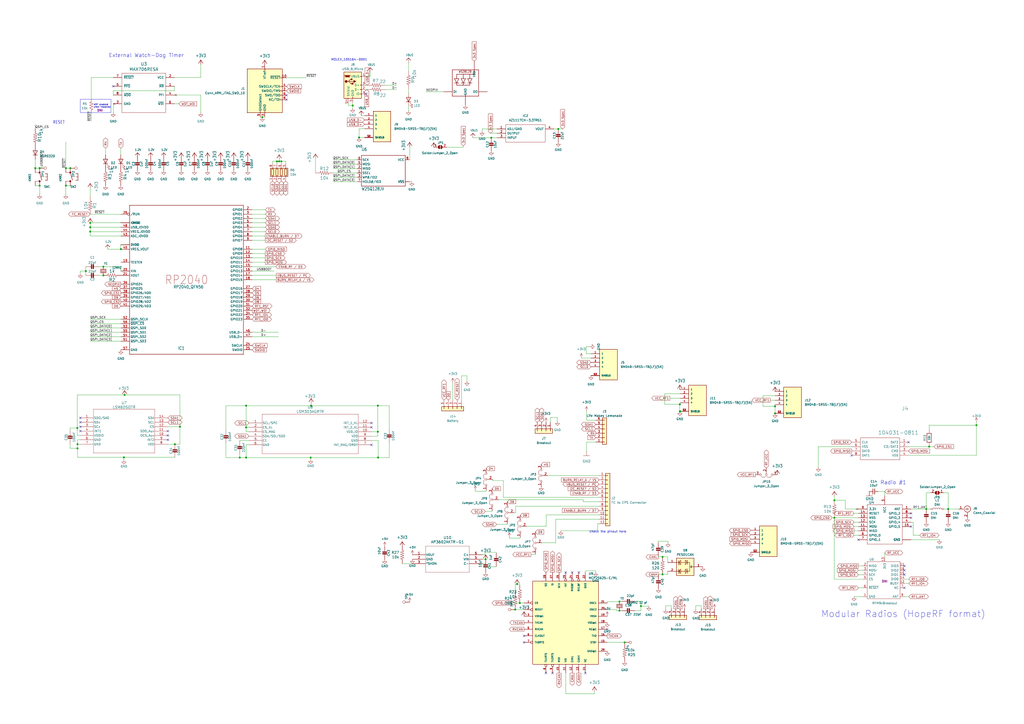
<source format=kicad_sch>
(kicad_sch (version 20230121) (generator eeschema)
  (paper "A2")
  (junction (at 281.7114 324.3834))
  (junction (at 44.958 257.683))
  (junction (at 20.447 97.536))
  (junction (at 384.3274 323.0372))
  (junction (at 298.8818 353.5934))
  (junction (at 180.467 235.331))
  (junction (at 180.213 265.43))
  (junction (at 22.987 107.696))
  (junction (at 394.3604 238.6076))
  (junction (at 449.58 235.712))
  (junction (at 550.037 295.275))
  (junction (at 142.748 235.331))
  (junction (at 219.202 250.444))
  (junction (at 449.6054 239.776))
  (junction (at 483.997 290.195))
  (junction (at 566.42 246.634))
  (junction (at 40.767 97.536))
  (junction (at 59.944 159.766))
  (junction (at 44.958 260.096))
  (junction (at 160.655 93.599))
  (junction (at 70.104 144.526))
  (junction (at 139.065 265.43))
  (junction (at 38.227 107.696))
  (junction (at 323.85 74.803))
  (junction (at 359.3592 354.203))
  (junction (at 52.324 134.366))
  (junction (at 219.329 265.43))
  (junction (at 359.3592 348.9706))
  (junction (at 142.748 247.904))
  (junction (at 362.331 372.6434))
  (junction (at 284.988 79.883))
  (junction (at 52.324 129.286))
  (junction (at 38.227 97.536))
  (junction (at 371.8052 351.5868))
  (junction (at 161.925 93.599))
  (junction (at 394.589 238.6076))
  (junction (at 142.748 265.43))
  (junction (at 483.997 300.355))
  (junction (at 394.589 238.633))
  (junction (at 44.831 248.285))
  (junction (at 59.944 154.686))
  (junction (at 394.3604 234.569))
  (junction (at 72.263 229.108))
  (junction (at 538.988 259.08))
  (junction (at 204.597 61.214))
  (junction (at 101.473 257.683))
  (junction (at 49.784 157.226))
  (junction (at 152.1714 67.945))
  (junction (at 22.987 97.536))
  (junction (at 219.202 235.331))
  (junction (at 301.5234 349.7834))
  (junction (at 104.394 247.523))
  (junction (at 163.195 93.599))
  (junction (at 384.3274 333.1972))
  (junction (at 208.28 79.756))
  (junction (at 299.9486 338.7852))
  (junction (at 537.337 295.275))
  (junction (at 71.882 265.303))
  (junction (at 52.324 131.826))
  (no_connect (at 303.9872 372.6434))
  (no_connect (at 528.447 300.355))
  (no_connect (at 524.637 328.295))
  (no_connect (at 331.9272 332.0034))
  (no_connect (at 65.659 50.038))
  (no_connect (at 46.609 244.983))
  (no_connect (at 166.243 57.785))
  (no_connect (at 524.637 330.835))
  (no_connect (at 497.967 313.055))
  (no_connect (at 339.5472 390.4234))
  (no_connect (at 316.6872 390.4234))
  (no_connect (at 524.637 340.995))
  (no_connect (at 528.447 305.435))
  (no_connect (at 528.447 297.815))
  (no_connect (at 494.03 264.16))
  (no_connect (at 320.4972 390.4234))
  (no_connect (at 303.9872 368.8334))
  (no_connect (at 166.243 55.245))
  (no_connect (at 212.217 54.483))
  (no_connect (at 97.409 255.143))
  (no_connect (at 527.05 256.54))
  (no_connect (at 215.519 258.064))
  (no_connect (at 524.637 333.375))
  (no_connect (at 46.609 250.063))
  (no_connect (at 352.2472 365.0234))
  (no_connect (at 215.519 245.364))
  (no_connect (at 335.7372 332.0034))
  (no_connect (at 46.609 247.523))
  (no_connect (at 97.409 252.603))
  (no_connect (at 328.1172 332.0034))
  (no_connect (at 215.519 247.904))
  (no_connect (at 97.409 250.063))
  (no_connect (at 46.609 242.443))
  (wire (pts (xy 223.52 49.403) (xy 229.997 49.403)))
  (wire (pts (xy 193.167 95.25) (xy 207.137 95.25)))
  (wire (pts (xy 394.589 238.633) (xy 394.589 238.6076)))
  (wire (pts (xy 139.065 263.398) (xy 139.065 265.43)))
  (wire (pts (xy 500.507 340.995) (xy 497.967 340.995)))
  (wire (pts (xy 225.806 249.047) (xy 225.806 235.331)))
  (wire (pts (xy 337.2104 207.6958) (xy 342.7984 207.6958)))
  (wire (pts (xy 497.967 305.435) (xy 495.427 305.435)))
  (wire (pts (xy 139.065 255.524) (xy 144.399 255.524)))
  (wire (pts (xy 70.104 85.979) (xy 70.104 89.789)))
  (wire (pts (xy 202.057 61.214) (xy 204.597 61.214)))
  (wire (pts (xy 340.0044 205.1558) (xy 340.0044 201.0918)))
  (wire (pts (xy 495.427 310.515) (xy 497.967 310.515)))
  (wire (pts (xy 52.324 197.866) (xy 70.104 197.866)))
  (wire (pts (xy 215.519 255.524) (xy 219.329 255.524)))
  (wire (pts (xy 406.8318 351.409) (xy 406.8318 353.1616)))
  (wire (pts (xy 359.3592 348.9706) (xy 352.2218 348.9706)))
  (wire (pts (xy 40.64 248.285) (xy 44.831 248.285)))
  (wire (pts (xy 547.497 285.877) (xy 550.037 285.877)))
  (wire (pts (xy 215.519 250.444) (xy 219.202 250.444)))
  (wire (pts (xy 213.36 49.403) (xy 212.217 49.403)))
  (wire (pts (xy 131.064 257.175) (xy 131.064 265.43)))
  (wire (pts (xy 295.4782 312.1406) (xy 301.7266 312.1406)))
  (wire (pts (xy 52.324 192.786) (xy 70.104 192.786)))
  (wire (pts (xy 180.213 265.43) (xy 180.213 266.446)))
  (wire (pts (xy 342.7984 205.1558) (xy 340.0044 205.1558)))
  (wire (pts (xy 340.233 256.413) (xy 340.233 261.747)))
  (wire (pts (xy 219.202 235.331) (xy 180.467 235.331)))
  (wire (pts (xy 62.484 144.526) (xy 70.104 144.526)))
  (wire (pts (xy 316.9412 298.704) (xy 347.472 298.704)))
  (wire (pts (xy 44.831 229.108) (xy 72.263 229.108)))
  (wire (pts (xy 146.304 149.606) (xy 153.924 149.606)))
  (wire (pts (xy 275.7424 284.3784) (xy 275.7424 284.9372)))
  (wire (pts (xy 394.462 234.569) (xy 394.3604 234.569)))
  (wire (pts (xy 442.595 235.712) (xy 449.58 235.712)))
  (wire (pts (xy 97.409 257.683) (xy 101.473 257.683)))
  (wire (pts (xy 142.748 235.331) (xy 142.748 247.904)))
  (wire (pts (xy 538.988 248.92) (xy 538.988 246.634)))
  (wire (pts (xy 449.58 229.616) (xy 442.595 229.616)))
  (wire (pts (xy 146.304 131.826) (xy 153.924 131.826)))
  (wire (pts (xy 139.065 255.778) (xy 139.065 255.524)))
  (wire (pts (xy 292.0238 278.7396) (xy 292.0238 288.544)))
  (wire (pts (xy 326.39 74.803) (xy 323.85 74.803)))
  (wire (pts (xy 38.227 82.296) (xy 38.227 97.536)))
  (wire (pts (xy 279.8826 324.3834) (xy 281.7114 324.3834)))
  (wire (pts (xy 65.659 60.198) (xy 65.659 65.278)))
  (wire (pts (xy 539.877 285.877) (xy 537.337 285.877)))
  (wire (pts (xy 281.7114 324.3834) (xy 281.7114 324.4088)))
  (wire (pts (xy 257.302 53.213) (xy 247.142 53.213)))
  (wire (pts (xy 550.037 295.275) (xy 556.133 295.275)))
  (wire (pts (xy 285.877 278.7396) (xy 292.0238 278.7396)))
  (wire (pts (xy 204.597 61.214) (xy 204.597 59.563)))
  (wire (pts (xy 328.1172 390.4234) (xy 328.1172 402.4376)))
  (wire (pts (xy 131.064 249.555) (xy 131.064 235.331)))
  (wire (pts (xy 403.606 351.409) (xy 406.8318 351.409)))
  (wire (pts (xy 385.572 234.569) (xy 394.3604 234.569)))
  (wire (pts (xy 483.997 300.355) (xy 483.997 335.915)))
  (wire (pts (xy 490.347 295.275) (xy 490.347 290.195)))
  (wire (pts (xy 328.1172 402.4376) (xy 344.8304 402.4376)))
  (wire (pts (xy 70.104 141.986) (xy 70.104 144.526)))
  (wire (pts (xy 529.717 302.895) (xy 529.717 310.515)))
  (wire (pts (xy 163.195 93.599) (xy 161.925 93.599)))
  (wire (pts (xy 165.735 93.599) (xy 163.195 93.599)))
  (wire (pts (xy 346.6592 307.8988) (xy 346.6592 303.784)))
  (wire (pts (xy 275.7424 284.9372) (xy 281.9908 284.9372)))
  (wire (pts (xy 287.8582 328.3966) (xy 287.8582 328.803)))
  (wire (pts (xy 314.4012 314.9092) (xy 322.3768 314.9092)))
  (wire (pts (xy 204.597 61.214) (xy 204.597 62.738)))
  (wire (pts (xy 146.304 147.066) (xy 153.924 147.066)))
  (wire (pts (xy 207.137 100.33) (xy 193.167 100.33)))
  (wire (pts (xy 219.202 250.444) (xy 219.202 235.331)))
  (wire (pts (xy 20.447 107.696) (xy 22.987 107.696)))
  (wire (pts (xy 281.3812 326.9234) (xy 281.3812 328.803)))
  (wire (pts (xy 209.55 67.056) (xy 209.55 66.929)))
  (wire (pts (xy 550.037 285.877) (xy 550.037 295.275)))
  (wire (pts (xy 345.5162 331.1398) (xy 339.5472 331.1398)))
  (wire (pts (xy 368.3 354.203) (xy 371.8052 354.203)))
  (wire (pts (xy 497.967 295.275) (xy 490.347 295.275)))
  (wire (pts (xy 225.806 235.331) (xy 219.202 235.331)))
  (wire (pts (xy 281.3558 320.4464) (xy 287.8582 320.4464)))
  (wire (pts (xy 285.877 278.765) (xy 285.877 278.7396)))
  (wire (pts (xy 160.655 93.599) (xy 160.655 94.869)))
  (wire (pts (xy 281.5082 296.672) (xy 285.4452 296.672)))
  (wire (pts (xy 281.3558 321.8434) (xy 281.3558 320.4464)))
  (wire (pts (xy 237.617 85.09) (xy 237.617 92.71)))
  (wire (pts (xy 233.3244 326.9234) (xy 239.2426 326.9234)))
  (wire (pts (xy 70.104 154.686) (xy 70.104 157.226)))
  (wire (pts (xy 513.207 320.675) (xy 513.207 323.215)))
  (wire (pts (xy 270.891 221.107) (xy 270.891 218.059)))
  (wire (pts (xy 298.8818 353.5934) (xy 303.9872 353.5934)))
  (wire (pts (xy 325.3232 307.8988) (xy 346.6592 307.8988)))
  (wire (pts (xy 146.304 129.286) (xy 153.924 129.286)))
  (wire (pts (xy 223.52 51.943) (xy 229.997 51.943)))
  (wire (pts (xy 538.988 246.634) (xy 566.42 246.634)))
  (wire (pts (xy 44.958 255.143) (xy 44.958 257.683)))
  (wire (pts (xy 322.3768 301.244) (xy 347.472 301.244)))
  (wire (pts (xy 301.5234 349.7834) (xy 303.9872 349.7834)))
  (wire (pts (xy 340.233 243.713) (xy 345.567 243.713)))
  (wire (pts (xy 158.115 93.599) (xy 158.115 94.869)))
  (wire (pts (xy 359.3592 348.8436) (xy 359.3592 348.9706)))
  (wire (pts (xy 371.8052 348.8436) (xy 371.8052 351.5868)))
  (wire (pts (xy 131.064 265.43) (xy 139.065 265.43)))
  (wire (pts (xy 483.997 300.355) (xy 497.967 300.355)))
  (wire (pts (xy 338.328 289.814) (xy 338.328 291.084)))
  (wire (pts (xy 259.207 85.344) (xy 268.732 85.344)))
  (wire (pts (xy 384.3274 333.1972) (xy 387.3246 333.1972)))
  (wire (pts (xy 183.007 91.948) (xy 183.007 100.33)))
  (wire (pts (xy 394.462 225.9076) (xy 394.3604 225.9076)))
  (wire (pts (xy 193.167 105.41) (xy 207.137 105.41)))
  (wire (pts (xy 279.8826 326.9234) (xy 281.3812 326.9234)))
  (wire (pts (xy 385.572 228.473) (xy 394.462 228.473)))
  (polyline (pts (xy 46.609 57.658) (xy 64.389 57.658)))
  (wire (pts (xy 116.459 55.118) (xy 116.459 65.278)))
  (wire (pts (xy 497.967 302.895) (xy 495.427 302.895)))
  (wire (pts (xy 44.958 257.683) (xy 46.609 257.683)))
  (wire (pts (xy 352.2218 349.7834) (xy 352.2472 349.7834)))
  (wire (pts (xy 153.924 124.206) (xy 146.304 124.206)))
  (wire (pts (xy 387.5024 313.944) (xy 387.5024 314.8076)))
  (wire (pts (xy 449.6054 235.712) (xy 449.6054 239.776)))
  (wire (pts (xy 236.982 51.435) (xy 236.982 53.975)))
  (polyline (pts (xy 46.609 65.278) (xy 46.609 57.658)))
  (wire (pts (xy 52.324 136.906) (xy 52.324 134.366)))
  (wire (pts (xy 116.459 44.958) (xy 116.459 37.338)))
  (wire (pts (xy 323.342 242.189) (xy 323.342 244.348)))
  (wire (pts (xy 381.8636 313.944) (xy 387.5024 313.944)))
  (wire (pts (xy 319.278 244.983) (xy 319.278 242.189)))
  (wire (pts (xy 70.104 131.826) (xy 52.324 131.826)))
  (wire (pts (xy 52.324 195.326) (xy 70.104 195.326)))
  (wire (pts (xy 219.329 255.524) (xy 219.329 265.43)))
  (wire (pts (xy 146.304 144.526) (xy 153.924 144.526)))
  (wire (pts (xy 384.3274 323.0372) (xy 387.3246 323.0372)))
  (wire (pts (xy 52.324 108.966) (xy 52.324 114.046)))
  (wire (pts (xy 236.982 61.595) (xy 236.982 64.135)))
  (wire (pts (xy 103.759 60.198) (xy 101.219 60.198)))
  (wire (pts (xy 166.243 45.085) (xy 177.673 45.085)))
  (wire (pts (xy 340.0044 201.0918) (xy 342.1634 201.0918)))
  (wire (pts (xy 347.472 288.544) (xy 292.0238 288.544)))
  (wire (pts (xy 319.278 242.189) (xy 323.342 242.189)))
  (wire (pts (xy 20.447 74.676) (xy 20.447 72.136)))
  (wire (pts (xy 360.68 348.8436) (xy 359.3592 348.8436)))
  (wire (pts (xy 22.987 97.536) (xy 20.447 97.536)))
  (wire (pts (xy 537.337 285.877) (xy 537.337 295.275)))
  (wire (pts (xy 394.462 233.553) (xy 394.462 234.569)))
  (wire (pts (xy 274.32 79.883) (xy 284.988 79.883)))
  (wire (pts (xy 59.944 154.686) (xy 57.404 154.686)))
  (wire (pts (xy 160.02 154.686) (xy 146.304 154.686)))
  (wire (pts (xy 339.5472 331.1398) (xy 339.5472 332.0034)))
  (wire (pts (xy 446.786 232.156) (xy 446.786 232.1306)))
  (wire (pts (xy 296.799 349.7834) (xy 301.5234 349.7834)))
  (wire (pts (xy 287.8582 320.4464) (xy 287.8582 320.7766)))
  (wire (pts (xy 294.3352 304.2158) (xy 294.3352 303.7078)))
  (wire (pts (xy 338.328 291.084) (xy 347.472 291.084)))
  (wire (pts (xy 513.207 285.115) (xy 509.397 285.115)))
  (wire (pts (xy 295.4782 311.5818) (xy 295.4782 312.1406)))
  (wire (pts (xy 44.958 257.683) (xy 44.958 260.096)))
  (wire (pts (xy 97.409 247.523) (xy 104.394 247.523)))
  (wire (pts (xy 116.459 44.958) (xy 101.219 44.958)))
  (wire (pts (xy 151.003 67.945) (xy 152.1714 67.945)))
  (wire (pts (xy 40.64 260.096) (xy 44.958 260.096)))
  (wire (pts (xy 359.3592 354.0506) (xy 359.3592 354.203)))
  (wire (pts (xy 385.572 228.473) (xy 385.572 234.569)))
  (wire (pts (xy 368.3 348.8436) (xy 371.8052 348.8436)))
  (wire (pts (xy 146.304 134.366) (xy 153.924 134.366)))
  (wire (pts (xy 104.394 257.683) (xy 104.394 247.523)))
  (wire (pts (xy 527.05 264.16) (xy 566.42 264.16)))
  (wire (pts (xy 65.659 44.958) (xy 52.959 44.958)))
  (wire (pts (xy 289.2552 289.814) (xy 338.328 289.814)))
  (wire (pts (xy 131.064 235.331) (xy 142.748 235.331)))
  (wire (pts (xy 146.304 126.746) (xy 153.924 126.746)))
  (wire (pts (xy 52.959 44.958) (xy 52.959 57.658)))
  (wire (pts (xy 345.567 256.413) (xy 340.233 256.413)))
  (wire (pts (xy 288.0868 304.2158) (xy 294.3352 304.2158)))
  (wire (pts (xy 381.8636 322.4276) (xy 381.8636 323.0372)))
  (wire (pts (xy 52.324 134.366) (xy 52.324 131.826)))
  (wire (pts (xy 44.958 265.303) (xy 71.882 265.303)))
  (wire (pts (xy 219.329 265.43) (xy 180.213 265.43)))
  (wire (pts (xy 394.462 225.933) (xy 394.462 225.9076)))
  (wire (pts (xy 208.28 74.676) (xy 208.28 79.756)))
  (wire (pts (xy 44.831 252.603) (xy 44.831 248.285)))
  (wire (pts (xy 284.48 77.343) (xy 288.29 77.343)))
  (wire (pts (xy 71.882 265.303) (xy 71.882 266.7)))
  (wire (pts (xy 305.5366 305.2826) (xy 316.9412 305.2826)))
  (wire (pts (xy 299.085 297.3578) (xy 299.085 293.624)))
  (wire (pts (xy 146.304 136.906) (xy 153.924 136.906)))
  (wire (pts (xy 146.304 159.766) (xy 160.274 159.766)))
  (wire (pts (xy 310.5912 321.6402) (xy 310.5912 321.2592)))
  (wire (pts (xy 285.8008 278.765) (xy 285.8008 278.0792)))
  (wire (pts (xy 279.654 76.073) (xy 279.654 74.803)))
  (wire (pts (xy 270.891 218.059) (xy 267.716 218.059)))
  (wire (pts (xy 281.9908 284.9372) (xy 281.9908 284.4292)))
  (wire (pts (xy 212.217 44.323) (xy 214.757 44.323)))
  (wire (pts (xy 528.447 313.055) (xy 544.957 313.055)))
  (wire (pts (xy 40.767 107.696) (xy 38.227 107.696)))
  (wire (pts (xy 388.62 231.013) (xy 394.462 231.013)))
  (wire (pts (xy 316.9412 305.2826) (xy 316.9412 298.704)))
  (wire (pts (xy 352.2472 353.5934) (xy 357.7844 353.5934)))
  (wire (pts (xy 298.8818 343.4334) (xy 298.8818 338.7852)))
  (wire (pts (xy 281.3812 328.803) (xy 287.8582 328.803)))
  (wire (pts (xy 207.137 102.87) (xy 193.167 102.87)))
  (wire (pts (xy 352.2472 372.6434) (xy 362.331 372.6434)))
  (wire (pts (xy 142.748 235.331) (xy 180.467 235.331)))
  (wire (pts (xy 527.177 346.075) (xy 524.637 346.075)))
  (wire (pts (xy 495.427 346.075) (xy 500.507 346.075)))
  (wire (pts (xy 225.806 256.667) (xy 225.806 265.43)))
  (wire (pts (xy 449.58 227.076) (xy 449.6054 227.076)))
  (wire (pts (xy 371.8052 351.5868) (xy 371.8052 354.203)))
  (wire (pts (xy 219.202 252.984) (xy 219.202 250.444)))
  (wire (pts (xy 104.394 247.523) (xy 104.394 229.108)))
  (wire (pts (xy 360.68 354.203) (xy 359.3592 354.203)))
  (wire (pts (xy 528.447 295.275) (xy 537.337 295.275)))
  (wire (pts (xy 101.473 265.303) (xy 71.882 265.303)))
  (wire (pts (xy 442.595 229.616) (xy 442.595 235.712)))
  (wire (pts (xy 494.03 259.08) (xy 474.726 259.08)))
  (wire (pts (xy 40.64 257.429) (xy 40.64 260.096)))
  (wire (pts (xy 497.967 307.975) (xy 495.427 307.975)))
  (wire (pts (xy 449.58 234.696) (xy 449.58 235.712)))
  (wire (pts (xy 46.609 255.143) (xy 44.958 255.143)))
  (wire (pts (xy 207.137 92.71) (xy 193.167 92.71)))
  (wire (pts (xy 262.636 221.869) (xy 262.636 232.029)))
  (wire (pts (xy 52.324 131.826) (xy 52.324 129.286)))
  (wire (pts (xy 46.609 252.603) (xy 44.831 252.603)))
  (wire (pts (xy 52.959 65.278) (xy 52.959 70.358)))
  (wire (pts (xy 144.399 258.064) (xy 142.748 258.064)))
  (wire (pts (xy 146.304 162.306) (xy 160.274 162.306)))
  (wire (pts (xy 268.732 84.582) (xy 268.732 85.344)))
  (polyline (pts (xy 64.389 65.278) (xy 46.609 65.278)))
  (polyline (pts (xy 64.389 57.658) (xy 64.389 65.278)))
  (wire (pts (xy 144.399 250.444) (xy 142.748 250.444)))
  (wire (pts (xy 279.8826 321.8434) (xy 281.3558 321.8434)))
  (wire (pts (xy 44.958 260.096) (xy 44.958 265.303)))
  (wire (pts (xy 38.227 97.536) (xy 40.767 97.536)))
  (wire (pts (xy 527.177 338.455) (xy 524.637 338.455)))
  (wire (pts (xy 490.347 290.195) (xy 483.997 290.195)))
  (wire (pts (xy 70.104 187.706) (xy 52.324 187.706)))
  (wire (pts (xy 500.507 328.295) (xy 497.967 328.295)))
  (wire (pts (xy 337.2104 207.5688) (xy 337.2104 207.6958)))
  (wire (pts (xy 70.104 129.286) (xy 52.324 129.286)))
  (wire (pts (xy 142.748 265.43) (xy 180.213 265.43)))
  (wire (pts (xy 387.3246 326.2884) (xy 387.3246 323.0372)))
  (wire (pts (xy 70.104 136.906) (xy 52.324 136.906)))
  (wire (pts (xy 44.831 248.285) (xy 44.831 229.108)))
  (wire (pts (xy 142.748 258.064) (xy 142.748 265.43)))
  (wire (pts (xy 101.219 55.118) (xy 116.459 55.118)))
  (wire (pts (xy 40.64 249.809) (xy 40.64 248.285)))
  (wire (pts (xy 70.104 185.166) (xy 52.324 185.166)))
  (wire (pts (xy 146.304 121.666) (xy 153.924 121.666)))
  (wire (pts (xy 165.735 94.869) (xy 165.735 93.599)))
  (wire (pts (xy 308.0004 321.6402) (xy 310.5912 321.6402)))
  (wire (pts (xy 104.394 229.108) (xy 72.263 229.108)))
  (wire (pts (xy 211.455 67.056) (xy 209.55 67.056)))
  (wire (pts (xy 381.8636 323.0372) (xy 384.3274 323.0372)))
  (wire (pts (xy 70.104 134.366) (xy 52.324 134.366)))
  (wire (pts (xy 284.988 79.883) (xy 288.29 79.883)))
  (wire (pts (xy 202.057 61.214) (xy 202.057 59.563)))
  (wire (pts (xy 101.219 52.578) (xy 101.219 50.038)))
  (wire (pts (xy 547.497 295.275) (xy 550.037 295.275)))
  (wire (pts (xy 381.9652 333.6798) (xy 381.9652 333.1972)))
  (wire (pts (xy 161.925 92.329) (xy 161.925 93.599)))
  (wire (pts (xy 527.177 335.915) (xy 524.637 335.915)))
  (wire (pts (xy 394.716 238.633) (xy 394.716 238.6076)))
  (wire (pts (xy 65.659 52.578) (xy 101.219 52.578)))
  (wire (pts (xy 389.4328 351.3074) (xy 389.4328 353.06)))
  (wire (pts (xy 214.757 44.323) (xy 214.757 41.783)))
  (wire (pts (xy 20.447 92.456) (xy 20.447 97.536)))
  (wire (pts (xy 215.519 252.984) (xy 219.202 252.984)))
  (wire (pts (xy 101.473 257.683) (xy 104.394 257.683)))
  (wire (pts (xy 529.717 310.515) (xy 533.527 310.515)))
  (wire (pts (xy 352.2218 348.9706) (xy 352.2218 349.7834)))
  (wire (pts (xy 394.589 238.633) (xy 394.716 238.633)))
  (wire (pts (xy 57.404 159.766) (xy 59.944 159.766)))
  (wire (pts (xy 207.137 97.79) (xy 193.167 97.79)))
  (wire (pts (xy 340.233 238.379) (xy 340.233 243.713)))
  (wire (pts (xy 446.786 232.1306) (xy 449.58 232.156)))
  (wire (pts (xy 208.28 79.756) (xy 211.455 79.756)))
  (wire (pts (xy 394.462 238.633) (xy 394.589 238.633)))
  (wire (pts (xy 483.997 335.915) (xy 500.507 335.915)))
  (wire (pts (xy 449.58 235.712) (xy 449.6054 235.712)))
  (wire (pts (xy 22.987 107.696) (xy 22.987 112.776)))
  (wire (pts (xy 497.967 297.815) (xy 495.427 297.815)))
  (wire (pts (xy 299.085 293.624) (xy 347.472 293.624)))
  (wire (pts (xy 322.3768 314.9092) (xy 322.3768 301.244)))
  (wire (pts (xy 394.589 238.6076) (xy 394.3604 238.6076)))
  (wire (pts (xy 70.104 124.206) (xy 52.324 124.206)))
  (wire (pts (xy 403.606 351.409) (xy 403.606 353.568)))
  (wire (pts (xy 142.748 250.444) (xy 142.748 247.904)))
  (wire (pts (xy 346.6592 303.784) (xy 347.472 303.784)))
  (wire (pts (xy 381.8636 314.8076) (xy 381.8636 313.944)))
  (wire (pts (xy 347.472 275.844) (xy 317.7286 275.844)))
  (wire (pts (xy 301.7266 312.1406) (xy 301.7266 311.6326)))
  (wire (pts (xy 160.655 93.599) (xy 158.115 93.599)))
  (wire (pts (xy 482.727 300.355) (xy 483.997 300.355)))
  (wire (pts (xy 49.784 157.226) (xy 49.784 159.766)))
  (wire (pts (xy 180.467 233.68) (xy 180.467 235.331)))
  (wire (pts (xy 500.507 330.835) (xy 497.967 330.835)))
  (wire (pts (xy 513.207 285.115) (xy 513.207 287.655)))
  (wire (pts (xy 225.806 265.43) (xy 219.329 265.43)))
  (wire (pts (xy 394.3604 234.569) (xy 394.3604 238.6076)))
  (wire (pts (xy 362.331 372.6434) (xy 362.331 373.4054)))
  (wire (pts (xy 52.324 190.246) (xy 70.104 190.246)))
  (wire (pts (xy 146.304 192.786) (xy 161.544 192.786)))
  (wire (pts (xy 357.7844 353.5934) (xy 357.7844 354.203)))
  (wire (pts (xy 386.207 351.3074) (xy 389.4328 351.3074)))
  (wire (pts (xy 566.42 246.634) (xy 566.42 264.16)))
  (wire (pts (xy 46.609 157.226) (xy 49.784 157.226)))
  (wire (pts (xy 285.8008 278.765) (xy 285.877 278.765)))
  (wire (pts (xy 237.617 105.41) (xy 238.887 105.41)))
  (wire (pts (xy 139.065 265.43) (xy 142.748 265.43)))
  (wire (pts (xy 152.1714 67.945) (xy 153.543 67.945)))
  (wire (pts (xy 381.9652 333.1972) (xy 384.3274 333.1972)))
  (wire (pts (xy 538.988 259.08) (xy 541.782 259.08)))
  (wire (pts (xy 345.5162 331.8256) (xy 345.5162 331.1398)))
  (wire (pts (xy 146.304 152.146) (xy 153.924 152.146)))
  (wire (pts (xy 65.659 55.118) (xy 65.659 52.578)))
  (wire (pts (xy 527.05 259.08) (xy 538.988 259.08)))
  (wire (pts (xy 146.304 157.226) (xy 159.004 157.226)))
  (wire (pts (xy 371.8052 351.5868) (xy 376.3772 351.5868)))
  (wire (pts (xy 213.36 51.943) (xy 212.217 51.943)))
  (wire (pts (xy 49.784 154.686) (xy 49.784 157.226)))
  (wire (pts (xy 46.609 158.75) (xy 46.609 157.226)))
  (wire (pts (xy 387.3246 331.3684) (xy 387.3246 333.1972)))
  (wire (pts (xy 279.654 74.803) (xy 288.29 74.803)))
  (wire (pts (xy 144.399 247.904) (xy 142.748 247.904)))
  (wire (pts (xy 500.507 333.375) (xy 497.967 333.375)))
  (wire (pts (xy 25.146 96.647) (xy 22.987 97.536)))
  (wire (pts (xy 566.42 244.856) (xy 566.42 246.634)))
  (wire (pts (xy 323.85 74.803) (xy 321.31 74.803)))
  (wire (pts (xy 236.982 41.275) (xy 236.982 36.195)))
  (wire (pts (xy 474.726 259.08) (xy 474.726 271.018)))
  (wire (pts (xy 299.9486 338.7852) (xy 301.5234 338.7852)))
  (wire (pts (xy 298.8818 338.7852) (xy 299.9486 338.7852)))
  (wire (pts (xy 146.304 139.446) (xy 153.924 139.446)))
  (wire (pts (xy 285.4452 296.164) (xy 285.4452 296.672)))
  (wire (pts (xy 211.455 74.676) (xy 208.28 74.676)))
  (wire (pts (xy 301.5234 338.7852) (xy 301.5234 339.6234)))
  (wire (pts (xy 38.227 112.776) (xy 38.227 107.696)))
  (wire (pts (xy 163.195 94.869) (xy 163.195 93.599)))
  (wire (pts (xy 344.8304 402.4376) (xy 344.8304 400.9644)))
  (wire (pts (xy 267.716 218.059) (xy 267.716 232.029)))
  (wire (pts (xy 483.997 290.195) (xy 483.997 287.655)))
  (wire (pts (xy 146.304 195.326) (xy 161.544 195.326)))
  (wire (pts (xy 528.447 302.895) (xy 529.717 302.895)))
  (wire (pts (xy 449.58 239.776) (xy 449.6054 239.776)))
  (wire (pts (xy 394.716 238.6076) (xy 394.589 238.6076)))
  (wire (pts (xy 59.944 154.686) (xy 70.104 154.686)))
  (wire (pts (xy 357.7844 354.203) (xy 359.3592 354.203)))
  (wire (pts (xy 298.1452 297.3578) (xy 299.085 297.3578)))
  (wire (pts (xy 61.214 85.979) (xy 61.214 89.789)))
  (wire (pts (xy 161.925 93.599) (xy 160.655 93.599)))
  (wire (pts (xy 537.337 295.275) (xy 539.877 295.275)))
  (wire (pts (xy 386.207 351.3074) (xy 386.207 353.4664)))
  (text "Radio #1" (at 510.667 281.305 0) (effects (font (size 2.159 2.159)) (justify left bottom)))
  (text "Modular Radios (HopeRF format)" (at 476.25 358.521 0) (effects (font (size 3.81 3.81)) (justify left bottom)))
  (text "MOLEX_105164-0001" (at 192.024 35.433 0) (effects (font (size 1.27 1.27)) (justify left bottom)))
  (text "check the pinout here\n" (at 341.884 309.245 0) (effects (font (size 1.27 1.27)) (justify left bottom)))
  (text "RESET" (at 30.607 72.136 0) (effects (font (size 1.778 1.5113)) (justify left bottom)))
  (text "WDT enabled\nwhen installed" (at 54.229 62.738 0) (effects (font (size 0.889 0.889)) (justify left bottom)))
  (text "External Watch-Dog Timer" (at 63.119 33.528 0) (effects (font (size 2.159 2.159)) (justify left bottom)))
  (label "QSPI_DATA[3]" (at 193.167 105.41 0) (effects (font (size 1.2446 1.2446))))
  (label "D+" (at 227.457 49.403 0) (effects (font (size 1.2446 1.2446))))
  (label "QSPI_DATA[3]" (at 52.324 197.866 0) (effects (font (size 1.2446 1.2446))))
  (label "QSPI_CS" (at 20.447 74.676 0) (effects (font (size 1.2446 1.2446))))
  (label "D-" (at 227.457 51.943 0) (effects (font (size 1.2446 1.2446))))
  (label "QSPI_DATA[2]" (at 52.324 195.326 0) (effects (font (size 1.2446 1.2446))))
  (label "QSPI_CS" (at 195.707 100.33 0) (effects (font (size 1.2446 1.2446))))
  (label "QSPI_DATA[0]" (at 52.324 190.246 0) (effects (font (size 1.2446 1.2446))))
  (label "QSPI_DATA[2]" (at 193.167 102.87 0) (effects (font (size 1.2446 1.2446))))
  (label "QSPI_DATA[1]" (at 52.324 192.786 0) (effects (font (size 1.2446 1.2446))))
  (label "NEOPIX" (at 247.142 53.213 0) (effects (font (size 1.2446 1.2446))))
  (label "QSPI_DATA[0]" (at 193.167 95.25 0) (effects (font (size 1.2446 1.2446))))
  (label "D-" (at 151.384 192.786 0) (effects (font (size 1.2446 1.2446))))
  (label "~{RESET}" (at 38.227 97.536 90) (effects (font (size 1.2446 1.2446))))
  (label "~{RESET}" (at 177.673 45.085 0) (effects (font (size 1.2446 1.2446))))
  (label "RF1_ANT" (at 529.717 295.275 0))
  (label "USBBOOT" (at 148.844 157.226 0) (effects (font (size 1.2446 1.2446))))
  (label "QSPI_SCK" (at 52.324 185.166 0) (effects (font (size 1.2446 1.2446))))
  (label "QSPI_DATA[1]" (at 193.167 97.79 0) (effects (font (size 1.2446 1.2446))))
  (label "QSPI_CS" (at 52.324 187.706 0) (effects (font (size 1.2446 1.2446))))
  (label "~{RESET}" (at 52.959 70.358 90) (effects (font (size 1.2446 1.2446))))
  (label "D+" (at 151.384 195.326 0) (effects (font (size 1.2446 1.2446))))
  (label "QSPI_SCK" (at 193.167 92.71 0) (effects (font (size 1.2446 1.2446))))
  (label "USBBOOT" (at 25.146 96.647 90) (effects (font (size 1.2446 1.2446))))
  (label "~{RESET}" (at 54.864 124.206 0) (effects (font (size 1.2446 1.2446))))
  (global_label "SDA0" (shape bidirectional) (at 342.7984 210.2358 180) (property "Intersheetrefs" "${INTERSHEET_REFS}" (effects hide)))
  (global_label "SPI0_MISO" (shape output) (at 494.03 261.62 180) (property "Intersheetrefs" "${INTERSHEET_REFS}" (effects hide)))
  (global_label "3v3 Spec" (shape input) (at 268.732 84.582 90) (property "Intersheetrefs" "${INTERSHEET_REFS}" (effects hide)))
  (global_label "3v3 Spec" (shape input) (at 284.48 77.343 90) (property "Intersheetrefs" "${INTERSHEET_REFS}" (effects hide)))
  (global_label "TX" (shape input) (at 345.567 253.873 180) (property "Intersheetrefs" "${INTERSHEET_REFS}" (effects hide)))
  (global_label "SCL1" (shape bidirectional) (at 144.399 245.364 180) (property "Intersheetrefs" "${INTERSHEET_REFS}" (effects hide)))
  (global_label "SCL0" (shape bidirectional) (at 281.5082 296.672 180) (property "Intersheetrefs" "${INTERSHEET_REFS}" (effects hide)))
  (global_label "SPI0_CS0" (shape bidirectional) (at 482.727 300.355 180) (property "Intersheetrefs" "${INTERSHEET_REFS}" (effects hide)))
  (global_label "SPI0_MISO" (shape input) (at 153.924 144.526 0) (property "Intersheetrefs" "${INTERSHEET_REFS}" (effects hide)))
  (global_label "SDA1" (shape bidirectional) (at 153.924 126.746 0) (property "Intersheetrefs" "${INTERSHEET_REFS}" (effects hide)))
  (global_label "SCL1" (shape bidirectional) (at 345.567 248.793 180) (property "Intersheetrefs" "${INTERSHEET_REFS}" (effects hide)))
  (global_label "BURN_RELAY_A {slash} VS" (shape output) (at 160.274 162.306 0) (property "Intersheetrefs" "${INTERSHEET_REFS}" (effects hide)))
  (global_label "RF1_IO0" (shape bidirectional) (at 527.177 335.915 0) (property "Intersheetrefs" "${INTERSHEET_REFS}" (effects hide)))
  (global_label "SWDIO" (shape input) (at 166.243 52.705 0) (property "Intersheetrefs" "${INTERSHEET_REFS}" (effects hide)))
  (global_label "CANH" (shape output) (at 411.9118 353.1616 90) (property "Intersheetrefs" "${INTERSHEET_REFS}" (effects hide)))
  (global_label "CANL" (shape output) (at 391.9728 353.06 90) (property "Intersheetrefs" "${INTERSHEET_REFS}" (effects hide)))
  (global_label "SPI0_MOSI" (shape input) (at 495.427 305.435 180) (property "Intersheetrefs" "${INTERSHEET_REFS}" (effects hide)))
  (global_label "SPI0_CS1" (shape input) (at 541.782 259.08 0) (property "Intersheetrefs" "${INTERSHEET_REFS}" (effects hide)))
  (global_label "ENAB_RF {slash} D3" (shape input) (at 347.472 286.004 180) (property "Intersheetrefs" "${INTERSHEET_REFS}" (effects hide)))
  (global_label "I2C_RESET {slash} D2" (shape output) (at 153.924 139.446 0) (property "Intersheetrefs" "${INTERSHEET_REFS}" (effects hide)))
  (global_label "SCL0" (shape bidirectional) (at 153.924 134.366 0) (property "Intersheetrefs" "${INTERSHEET_REFS}" (effects hide)))
  (global_label "D5" (shape input) (at 146.304 169.926 0) (property "Intersheetrefs" "${INTERSHEET_REFS}" (effects hide)))
  (global_label "USB_D-" (shape input) (at 212.725 51.943 270) (property "Intersheetrefs" "${INTERSHEET_REFS}" (effects hide)))
  (global_label "SCL1" (shape bidirectional) (at 153.924 129.286 0) (property "Intersheetrefs" "${INTERSHEET_REFS}" (effects hide)))
  (global_label "RF1_IO4" (shape bidirectional) (at 533.527 310.515 0) (property "Intersheetrefs" "${INTERSHEET_REFS}" (effects hide)))
  (global_label "RF1_RST" (shape bidirectional) (at 497.967 340.995 180) (property "Intersheetrefs" "${INTERSHEET_REFS}" (effects hide)))
  (global_label "GND" (shape bidirectional) (at 101.219 55.118 0) (effects (font (size 0.254 0.254))) (property "Intersheetrefs" "${INTERSHEET_REFS}" (effects hide)))
  (global_label "TX" (shape bidirectional) (at 70.104 85.979 90) (property "Intersheetrefs" "${INTERSHEET_REFS}" (effects hide)))
  (global_label "SPI0_CS2" (shape output) (at 296.799 349.7834 180) (property "Intersheetrefs" "${INTERSHEET_REFS}" (effects hide)))
  (global_label "CANL" (shape output) (at 331.9272 390.4234 270) (property "Intersheetrefs" "${INTERSHEET_REFS}" (effects hide)))
  (global_label "RXCAN" (shape output) (at 324.3072 390.4234 270) (property "Intersheetrefs" "${INTERSHEET_REFS}" (effects hide)))
  (global_label "VBUS_RESET {slash} PC" (shape output) (at 160.274 159.766 0) (property "Intersheetrefs" "${INTERSHEET_REFS}" (effects hide)))
  (global_label "RF1_RST" (shape bidirectional) (at 146.304 177.546 0) (property "Intersheetrefs" "${INTERSHEET_REFS}" (effects hide)))
  (global_label "TXCAN" (shape output) (at 352.2472 368.8334 0) (property "Intersheetrefs" "${INTERSHEET_REFS}" (effects hide)))
  (global_label "RF_VCC" (shape bidirectional) (at 513.207 320.675 0) (property "Intersheetrefs" "${INTERSHEET_REFS}" (effects hide)))
  (global_label "3v3 Spec" (shape input) (at 326.39 74.803 90) (property "Intersheetrefs" "${INTERSHEET_REFS}" (effects hide)))
  (global_label "HS" (shape input) (at 70.104 167.386 180) (property "Intersheetrefs" "${INTERSHEET_REFS}" (effects hide)))
  (global_label "SPI0_MISO" (shape output) (at 495.427 307.975 180) (property "Intersheetrefs" "${INTERSHEET_REFS}" (effects hide)))
  (global_label "SPI0_MOSI" (shape output) (at 153.924 152.146 0) (property "Intersheetrefs" "${INTERSHEET_REFS}" (effects hide)))
  (global_label "D8" (shape input) (at 146.304 175.006 0) (property "Intersheetrefs" "${INTERSHEET_REFS}" (effects hide)))
  (global_label "RF1_IO0" (shape bidirectional) (at 495.427 310.515 180) (property "Intersheetrefs" "${INTERSHEET_REFS}" (effects hide)))
  (global_label "USB_D+" (shape input) (at 212.979 49.403 90) (property "Intersheetrefs" "${INTERSHEET_REFS}" (effects hide)))
  (global_label "SCL1" (shape bidirectional) (at 163.195 105.029 270) (property "Intersheetrefs" "${INTERSHEET_REFS}" (effects hide)))
  (global_label "SWCLK" (shape input) (at 166.243 50.165 0) (property "Intersheetrefs" "${INTERSHEET_REFS}" (effects hide)))
  (global_label "SDA0" (shape bidirectional) (at 160.655 105.029 270) (property "Intersheetrefs" "${INTERSHEET_REFS}" (effects hide)))
  (global_label "I2C_RESET {slash} D2" (shape input) (at 347.472 283.464 180) (property "Intersheetrefs" "${INTERSHEET_REFS}" (effects hide)))
  (global_label "SDA1" (shape bidirectional) (at 97.409 242.443 0) (property "Intersheetrefs" "${INTERSHEET_REFS}" (effects hide)))
  (global_label "SDA1" (shape bidirectional) (at 314.198 244.983 90) (property "Intersheetrefs" "${INTERSHEET_REFS}" (effects hide)))
  (global_label "SPI0_SCK" (shape input) (at 494.03 256.54 180) (property "Intersheetrefs" "${INTERSHEET_REFS}" (effects hide)))
  (global_label "VCC_RF1" (shape output) (at 446.786 232.156 180) (property "Intersheetrefs" "${INTERSHEET_REFS}" (effects hide)))
  (global_label "WDT_WDI" (shape output) (at 146.304 180.086 0) (property "Intersheetrefs" "${INTERSHEET_REFS}" (effects hide)))
  (global_label "SCL1" (shape bidirectional) (at 311.658 244.983 90) (property "Intersheetrefs" "${INTERSHEET_REFS}" (effects hide)))
  (global_label "D6" (shape input) (at 294.3352 291.0078 0) (property "Intersheetrefs" "${INTERSHEET_REFS}" (effects hide)))
  (global_label "TXCAN" (shape output) (at 303.9872 361.2134 180) (property "Intersheetrefs" "${INTERSHEET_REFS}" (effects hide)))
  (global_label "RX" (shape bidirectional) (at 153.924 124.206 0) (property "Intersheetrefs" "${INTERSHEET_REFS}" (effects hide)))
  (global_label "SPI0_SCK" (shape input) (at 435.5084 310.1848 180) (property "Intersheetrefs" "${INTERSHEET_REFS}" (effects hide)))
  (global_label "VBUS_RESET {slash} PC" (shape bidirectional) (at 347.472 280.924 180) (property "Intersheetrefs" "${INTERSHEET_REFS}" (effects hide)))
  (global_label "VCC_RF1" (shape output) (at 308.0004 321.6402 180) (property "Intersheetrefs" "${INTERSHEET_REFS}" (effects hide)))
  (global_label "CANH" (shape output) (at 335.7372 390.4234 270) (property "Intersheetrefs" "${INTERSHEET_REFS}" (effects hide)))
  (global_label "FC_RESET" (shape bidirectional) (at 265.176 232.029 90) (property "Intersheetrefs" "${INTERSHEET_REFS}" (effects hide)))
  (global_label "SCL0" (shape bidirectional) (at 342.7984 212.7758 180) (property "Intersheetrefs" "${INTERSHEET_REFS}" (effects hide)))
  (global_label "USB_D+" (shape input) (at 211.455 72.136 180) (property "Intersheetrefs" "${INTERSHEET_REFS}" (effects hide)))
  (global_label "SCL1" (shape bidirectional) (at 97.409 244.983 0) (property "Intersheetrefs" "${INTERSHEET_REFS}" (effects hide)))
  (global_label "SPI0_SCK" (shape output) (at 324.3072 332.0034 90) (property "Intersheetrefs" "${INTERSHEET_REFS}" (effects hide)))
  (global_label "ENAB_RF {slash} D3" (shape bidirectional) (at 160.02 154.686 0) (property "Intersheetrefs" "${INTERSHEET_REFS}" (effects hide)))
  (global_label "SPI0_CS0" (shape bidirectional) (at 435.5084 307.6448 180) (property "Intersheetrefs" "${INTERSHEET_REFS}" (effects hide)))
  (global_label "SPI0_CS0" (shape output) (at 153.924 147.066 0) (property "Intersheetrefs" "${INTERSHEET_REFS}" (effects hide)))
  (global_label "SCL0" (shape bidirectional) (at 158.115 105.029 270) (property "Intersheetrefs" "${INTERSHEET_REFS}" (effects hide)))
  (global_label "SPI0_MOSI" (shape output) (at 320.4972 332.0034 90) (property "Intersheetrefs" "${INTERSHEET_REFS}" (effects hide)))
  (global_label "D5" (shape input) (at 285.4452 283.464 0) (property "Intersheetrefs" "${INTERSHEET_REFS}" (effects hide)))
  (global_label "NEOPIX" (shape output) (at 70.104 164.846 180) (property "Intersheetrefs" "${INTERSHEET_REFS}" (effects hide)))
  (global_label "SPI0_MOSI" (shape input) (at 435.5084 312.7248 180) (property "Intersheetrefs" "${INTERSHEET_REFS}" (effects hide)))
  (global_label "D9" (shape input) (at 310.5912 308.5592 0) (property "Intersheetrefs" "${INTERSHEET_REFS}" (effects hide)))
  (global_label "D4" (shape input) (at 281.9908 271.7292 0) (property "Intersheetrefs" "${INTERSHEET_REFS}" (effects hide)))
  (global_label "SDA1" (shape bidirectional) (at 345.567 246.253 180) (property "Intersheetrefs" "${INTERSHEET_REFS}" (effects hide)))
  (global_label "BURN_RELAY_A {slash} VS" (shape input) (at 347.472 278.384 180) (property "Intersheetrefs" "${INTERSHEET_REFS}" (effects hide)))
  (global_label "TX" (shape bidirectional) (at 153.924 121.666 0) (property "Intersheetrefs" "${INTERSHEET_REFS}" (effects hide)))
  (global_label "RF1_RST" (shape bidirectional) (at 495.427 297.815 180) (property "Intersheetrefs" "${INTERSHEET_REFS}" (effects hide)))
  (global_label "SPI0_MISO" (shape output) (at 497.967 328.295 180) (property "Intersheetrefs" "${INTERSHEET_REFS}" (effects hide)))
  (global_label "SDA1" (shape bidirectional) (at 144.399 252.984 180) (property "Intersheetrefs" "${INTERSHEET_REFS}" (effects hide)))
  (global_label "SPI0_SCK" (shape output) (at 153.924 149.606 0) (property "Intersheetrefs" "${INTERSHEET_REFS}" (effects hide)))
  (global_label "RF1_IO4" (shape bidirectional) (at 527.177 338.455 0) (property "Intersheetrefs" "${INTERSHEET_REFS}" (effects hide)))
  (global_label "D8" (shape input) (at 301.7266 298.9326 0) (property "Intersheetrefs" "${INTERSHEET_REFS}" (effects hide)))
  (global_label "RX" (shape bidirectional) (at 61.214 85.979 90) (property "Intersheetrefs" "${INTERSHEET_REFS}" (effects hide)))
  (global_label "CANL" (shape output) (at 381.8636 323.0118 180) (property "Intersheetrefs" "${INTERSHEET_REFS}" (effects hide)))
  (global_label "CANH" (shape output) (at 394.5128 353.06 90) (property "Intersheetrefs" "${INTERSHEET_REFS}" (effects hide)))
  (global_label "VCC_RF1" (shape output) (at 388.62 231.013 180) (property "Intersheetrefs" "${INTERSHEET_REFS}" (effects hide)))
  (global_label "WDT_WDI" (shape input) (at 103.759 60.198 0) (property "Intersheetrefs" "${INTERSHEET_REFS}" (effects hide)))
  (global_label "SPI0_SCK" (shape input) (at 497.967 333.375 180) (property "Intersheetrefs" "${INTERSHEET_REFS}" (effects hide)))
  (global_label "D9" (shape input) (at 70.104 172.466 180) (property "Intersheetrefs" "${INTERSHEET_REFS}" (effects hide)))
  (global_label "SPI0_SCK" (shape input) (at 495.427 302.895 180) (property "Intersheetrefs" "${INTERSHEET_REFS}" (effects hide)))
  (global_label "VCC_RF1" (shape bidirectional) (at 257.556 232.029 90) (property "Intersheetrefs" "${INTERSHEET_REFS}" (effects hide)))
  (global_label "SWDIO" (shape input) (at 146.304 202.946 0) (property "Intersheetrefs" "${INTERSHEET_REFS}" (effects hide)))
  (global_label "RF_VCC" (shape bidirectional) (at 513.207 285.115 0) (property "Intersheetrefs" "${INTERSHEET_REFS}" (effects hide)))
  (global_label "RX" (shape output) (at 345.567 251.333 180) (property "Intersheetrefs" "${INTERSHEET_REFS}" (effects hide)))
  (global_label "RXCAN" (shape output) (at 303.9872 365.0234 180) (property "Intersheetrefs" "${INTERSHEET_REFS}" (effects hide)))
  (global_label "SPI0_CS1" (shape output) (at 70.104 169.926 180) (property "Intersheetrefs" "${INTERSHEET_REFS}" (effects hide)))
  (global_label "ENABLE_BURN {slash} D7" (shape input) (at 347.472 296.164 180) (property "Intersheetrefs" "${INTERSHEET_REFS}" (effects hide)))
  (global_label "ENABLE_BURN {slash} D7" (shape output) (at 153.924 136.906 0) (property "Intersheetrefs" "${INTERSHEET_REFS}" (effects hide)))
  (global_label "SDA0" (shape bidirectional) (at 288.0868 304.2158 180) (property "Intersheetrefs" "${INTERSHEET_REFS}" (effects hide)))
  (global_label "GND" (shape bidirectional) (at 65.659 60.198 0) (effects (font (size 0.254 0.254))) (property "Intersheetrefs" "${INTERSHEET_REFS}" (effects hide)))
  (global_label "HS" (shape input) (at 313.9186 269.494 0) (property "Intersheetrefs" "${INTERSHEET_REFS}" (effects hide)))
  (global_label "SWCLK" (shape input) (at 146.304 200.406 0) (property "Intersheetrefs" "${INTERSHEET_REFS}" (effects hide)))
  (global_label "SPI0_MISO" (shape output) (at 435.5084 315.2648 180) (property "Intersheetrefs" "${INTERSHEET_REFS}" (effects hide)))
  (global_label "USB_D-" (shape input) (at 211.455 69.596 180) (property "Intersheetrefs" "${INTERSHEET_REFS}" (effects hide)))
  (global_label "CANL" (shape output) (at 409.3718 353.1616 90) (property "Intersheetrefs" "${INTERSHEET_REFS}" (effects hide)))
  (global_label "SDA0" (shape bidirectional) (at 153.924 131.826 0) (property "Intersheetrefs" "${INTERSHEET_REFS}" (effects hide)))
  (global_label "D6" (shape input) (at 146.304 172.466 0) (property "Intersheetrefs" "${INTERSHEET_REFS}" (effects hide)))
  (global_label "3.3V" (shape bidirectional) (at 497.967 295.275 180) (effects (font (size 0.254 0.254))) (property "Intersheetrefs" "${INTERSHEET_REFS}" (effects hide)))
  (global_label "SDA1" (shape bidirectional) (at 165.735 105.029 270) (property "Intersheetrefs" "${INTERSHEET_REFS}" (effects hide)))
  (global_label "FC_RESET" (shape bidirectional) (at 52.324 124.206 180) (property "Intersheetrefs" "${INTERSHEET_REFS}" (effects hide)))
  (global_label "RF1_IO4" (shape bidirectional) (at 146.304 182.626 0) (property "Intersheetrefs" "${INTERSHEET_REFS}" (effects hide)))
  (global_label "D4" (shape input) (at 146.304 167.386 0) (property "Intersheetrefs" "${INTERSHEET_REFS}" (effects hide)))
  (global_label "SPI0_MOSI" (shape input) (at 497.967 330.835 180) (property "Intersheetrefs" "${INTERSHEET_REFS}" (effects hide)))
  (global_label "SPI0_MISO" (shape input) (at 316.6872 332.0034 90) (property "Intersheetrefs" "${INTERSHEET_REFS}" (effects hide)))
  (global_label "RF1_IO0" (shape bidirectional) (at 146.304 185.166 0) (property "Intersheetrefs" "${INTERSHEET_REFS}" (effects hide)))
  (global_label "RF1_ANT" (shape bidirectional) (at 527.177 346.075 0) (property "Intersheetrefs" "${INTERSHEET_REFS}" (effects hide)))
  (global_label "D0" (shape input) (at 260.096 232.029 90) (property "Intersheetrefs" "${INTERSHEET_REFS}" (effects hide)))
  (global_label "CANH" (shape output) (at 381.9652 333.1972 180) (property "Intersheetrefs" "${INTERSHEET_REFS}" (effects hide)))
  (global_label "SPI0_MOSI" (shape input) (at 527.05 261.62 0) (property "Intersheetrefs" "${INTERSHEET_REFS}" (effects hide)))
  (global_label "3v3 Spec" (shape input) (at 275.082 35.433 90) (property "Intersheetrefs" "${INTERSHEET_REFS}" (effects hide)))
  (global_label "SPI0_CS2" (shape output) (at 70.104 175.006 180) (property "Intersheetrefs" "${INTERSHEET_REFS}" (effects hide)))
  (global_label "RF_VCC" (shape bidirectional) (at 444.5508 271.526 90) (property "Intersheetrefs" "${INTERSHEET_REFS}" (effects hide)))
  (global_label "D0" (shape input) (at 70.104 177.546 180) (property "Intersheetrefs" "${INTERSHEET_REFS}" (effects hide)))
  (global_label "VCC_RF1" (shape output) (at 438.2008 275.336 180) (property "Intersheetrefs" "${INTERSHEET_REFS}" (effects hide)))
  (symbol (lib_id "mainboard:RESISTOR0603") (at 61.214 102.489 270) (unit 1)
    (property "Reference" "R3" (at 62.738 102.489 0) (effects (font (size 1.778 1.778)) (justify bottom)))
    (property "Value" "1k" (at 65.6336 98.8314 0) (effects (font (size 1.778 1.778)) (justify top)))
    (property "Footprint" "Resistor_SMD:R_0603_1608Metric" (effects hide))
    (property "Description" "100K 0603" (effects hide))
  )
  (symbol (lib_id "LSM6DSOTR:LSM6DSOTR") (at 46.609 242.443 0) (unit 1)
    (property "Reference" "U7" (at 72.009 233.68 0) (effects (font (size 1.524 1.524))))
    (property "Value" "LSM6DSOTR" (at 72.009 236.22 0) (effects (font (size 1.524 1.524))))
    (property "Footprint" "Package_LGA:LGA-14_3x2.5mm_P0.5mm_LayoutBorder3x4y" (effects hide))
    (property "Datasheet" "LSM6DSOTR" (effects hide))
  )
  (symbol (lib_id "mainboard:10KOHM-1_10W-1%(0603)0603") (at 483.997 295.275 270) (unit 1)
    (property "Reference" "R13" (at 482.2698 293.9288 90) (effects (font (size 1.4986 1.4986)) (justify right)))
    (property "Value" "10k" (at 482.2698 296.5958 90) (effects (font (size 1.4986 1.4986)) (justify right)))
    (property "Footprint" "Resistor_SMD:R_0603_1608Metric" (effects hide))
    (property "Description" "10k 0603" (effects hide))
  )
  (symbol (lib_id "Device:C_Small") (at 506.857 285.115 90) (unit 1)
    (property "Reference" "C14" (at 506.857 279.2984 90))
    (property "Value" "10uF" (at 506.857 281.6098 90))
    (property "Footprint" "Capacitor_SMD:C_0603_1608Metric" (effects hide))
    (property "Description" "10uF +-20% 10V X5R" (effects hide))
  )
  (symbol (lib_id "power:GND") (at 561.213 300.355 0) (unit 1)
    (property "Reference" "#PWR047" (effects hide))
    (property "Value" "GND" (at 561.213 304.7984 0))
  )
  (symbol (lib_id "Molex_SD:104031-0811") (at 527.05 256.54 0) (mirror y) (unit 1)
    (property "Reference" "J4" (at 527.05 238.1758 0) (effects (font (size 2.159 2.159)) (justify left bottom)))
    (property "Value" "104031-0811" (at 532.892 252.222 0) (effects (font (size 2.159 2.159)) (justify left bottom)))
    (property "Footprint" "Connector_Card:microSD_HC_Molex_104031-0811" (effects hide))
    (property "Datasheet" "http://www.molex.com/webdocs/datasheets/pdf/en-us/1040310811_MEMORY_CARD_SOCKET.pdf" (effects hide))
    (property "Description" "microSD 1.10mm SMT push-pull memory card microSD 1.10mm SMT push-pull memory card" (effects hide))
    (property "Flight" "5031821852" (effects hide))
    (property "Manufacturer_Name" "Molex" (effects hide))
    (property "Manufacturer_Part_Number" "104031-0811" (effects hide))
    (property "Proto" "5031821852" (effects hide))
    (property "Mouser Part Number" "538-104031-0811" (effects hide))
    (property "Mouser Price/Stock" "https://www.mouser.co.uk/ProductDetail/Molex/104031-0811?qs=udsGRKD4nA3Tvy7wqky%252BuA%3D%3D" (effects hide))
  )
  (symbol (lib_id "Adafruit ItsyBitsy RP2040-eagle-import:SWITCH_TACT_SMT4.6X2.8") (at 40.767 102.616 270) (unit 1)
    (property "Reference" "SW2" (at 40.767 108.966 90) (effects (font (size 1.27 1.0795)) (justify left bottom)))
    (property "Value" "KMR2" (at 34.417 100.711 0) (effects (font (size 1.27 1.0795)) (justify left bottom)))
    (property "Footprint" "FC_DEV_BOARD:BTN_KMR2_4.6X2.8" (effects hide))
  )
  (symbol (lib_id "Adafruit ItsyBitsy RP2040-eagle-import:+3V3") (at 143.764 88.646 0) (unit 1)
    (property "Reference" "#+3V08" (effects hide))
    (property "Value" "+3V3" (at 141.224 93.726 90) (effects (font (size 1.778 1.5113)) (justify left bottom)))
    (property "Footprint" "Adafruit ItsyBitsy RP2040:" (effects hide))
  )
  (symbol (lib_id "power:GND") (at 544.957 313.055 0) (unit 1)
    (property "Reference" "#PWR044" (effects hide))
    (property "Value" "GND" (at 544.957 317.4984 0))
  )
  (symbol (lib_id "Adafruit ItsyBitsy RP2040-eagle-import:SWITCH_TACT_SMT4.6X2.8") (at 22.987 102.616 270) (unit 1)
    (property "Reference" "SW1" (at 25.527 108.966 90) (effects (font (size 1.27 1.0795)) (justify left bottom)))
    (property "Value" "KMR2" (at 16.637 100.711 0) (effects (font (size 1.27 1.0795)) (justify left bottom)))
    (property "Footprint" "FC_DEV_BOARD:BTN_KMR2_4.6X2.8" (effects hide))
  )
  (symbol (lib_id "Adafruit ItsyBitsy RP2040-eagle-import:+3V3") (at 237.617 82.55 0) (unit 1)
    (property "Reference" "#+3V015" (effects hide))
    (property "Value" "+3V3" (at 235.077 87.63 90) (effects (font (size 1.778 1.5113)) (justify left bottom)))
    (property "Footprint" "Adafruit ItsyBitsy RP2040:" (effects hide))
  )
  (symbol (lib_id "Adafruit ItsyBitsy RP2040-eagle-import:VBUS") (at 236.982 33.655 0) (unit 1)
    (property "Reference" "#U$07" (effects hide))
    (property "Value" "VBUS" (at 235.458 32.639 0) (effects (font (size 1.27 1.0795)) (justify left bottom)))
    (property "Footprint" "Adafruit ItsyBitsy RP2040:" (effects hide))
  )
  (symbol (lib_id "Device:LED") (at 70.104 93.599 90) (unit 1)
    (property "Reference" "D1" (at 73.152 94.5515 90) (effects (justify right)))
    (property "Value" "LED" (at 73.152 97.0915 90) (effects (justify right)))
    (property "Footprint" "LED_SMD:LED_0603_1608Metric" (effects hide))
  )
  (symbol (lib_id "power:GND") (at 386.207 353.4664 0) (unit 1)
    (property "Reference" "#PWR034" (effects hide))
    (property "Value" "GND" (at 386.207 358.5464 0))
  )
  (symbol (lib_id "Adafruit ItsyBitsy RP2040-eagle-import:CAP_CERAMIC_0402NO") (at 537.337 300.355 0) (unit 1)
    (property "Reference" "C15" (at 539.877 297.8149 0) (effects (justify left)))
    (property "Value" "DNI" (at 539.877 300.3549 0) (effects (justify left)))
    (property "Footprint" "Capacitor_SMD:C_0603_1608Metric" (effects hide))
  )
  (symbol (lib_id "Adafruit ItsyBitsy RP2040-eagle-import:CAP_CERAMIC_0402NO") (at 143.764 96.266 0) (unit 1)
    (property "Reference" "C11" (at 141.474 95.016 90))
    (property "Value" "100nf" (at 146.064 95.016 90))
    (property "Footprint" "Capacitor_SMD:C_0402_1005Metric" (effects hide))
  )
  (symbol (lib_id "mainboard:RESISTOR0603") (at 188.087 100.33 0) (unit 1)
    (property "Reference" "R12" (at 188.087 98.806 0) (effects (font (size 1.778 1.778)) (justify bottom)))
    (property "Value" "10k" (at 188.087 102.235 0) (effects (font (size 1.778 1.778)) (justify top)))
    (property "Footprint" "Resistor_SMD:R_0603_1608Metric" (effects hide))
    (property "Description" "100K 0603" (effects hide))
  )
  (symbol (lib_id "Adafruit ItsyBitsy RP2040-eagle-import:CAP_CERAMIC_0402NO") (at 139.065 260.858 0) (unit 1)
    (property "Reference" "C31" (at 136.775 259.608 90))
    (property "Value" "220nf" (at 141.365 259.608 90))
    (property "Footprint" "Capacitor_SMD:C_0402_1005Metric" (effects hide))
  )
  (symbol (lib_id "power:GND") (at 345.5162 331.8256 0) (unit 1)
    (property "Reference" "#PWR068" (effects hide))
    (property "Value" "GND" (at 345.5162 336.9056 0))
  )
  (symbol (lib_id "power:+3V3") (at 295.4782 311.5818 0) (unit 1)
    (property "Reference" "#PWR031" (effects hide))
    (property "Value" "+3V3" (at 295.4782 308.006 0))
  )
  (symbol (lib_id "Adafruit ItsyBitsy RP2040-eagle-import:+3V3") (at 120.396 88.646 0) (unit 1)
    (property "Reference" "#+3V05" (effects hide))
    (property "Value" "+3V3" (at 117.856 93.726 90) (effects (font (size 1.778 1.5113)) (justify left bottom)))
    (property "Footprint" "Adafruit ItsyBitsy RP2040:" (effects hide))
  )
  (symbol (lib_id "Connector:TestPoint") (at 40.767 97.536 270) (unit 1)
    (property "Reference" "TP2" (at 42.5958 99.0092 0) (effects (justify left)))
    (property "Value" "RESET" (effects hide))
    (property "Footprint" "TestPoint:TestPoint_Loop_D1.80mm_Drill1.0mm_Beaded" (effects hide))
  )
  (symbol (lib_id "Jumper:Jumper_3_Open") (at 301.7266 305.2826 90) (unit 1)
    (property "Reference" "JP5" (at 299.0088 304.6476 90) (effects (justify left)))
    (property "Value" "Jumper_3_Open" (at 299.0088 307.1876 90) (effects (justify left)))
    (property "Footprint" "Jumper:SolderJumper-3_P1.3mm_Open_RoundedPad1.0x1.5mm_NumberLabels" (effects hide))
  )
  (symbol (lib_id "Adafruit ItsyBitsy RP2040-eagle-import:RP2040_QFN56") (at 108.204 162.306 0) (unit 1)
    (property "Reference" "IC1" (at 103.124 202.946 0) (effects (font (size 1.778 1.5113)) (justify left bottom)))
    (property "Value" "RP2040_QFN56" (at 100.584 167.386 0) (effects (font (size 1.778 1.5113)) (justify left bottom)))
    (property "Footprint" "Package_DFN_QFN:QFN-56-1EP_7x7mm_P0.4mm_EP3.2x3.2mm_ThermalVias" (effects hide))
  )
  (symbol (lib_id "Jumper:Jumper_3_Open") (at 281.9908 278.0792 90) (unit 1)
    (property "Reference" "JP4" (at 279.273 277.4442 90) (effects (justify left)))
    (property "Value" "Jumper_3_Open" (at 279.273 279.9842 90) (effects (justify left)))
    (property "Footprint" "Jumper:SolderJumper-3_P1.3mm_Open_RoundedPad1.0x1.5mm_NumberLabels" (effects hide))
  )
  (symbol (lib_id "Adafruit ItsyBitsy RP2040-eagle-import:+3V3") (at 281.7114 321.8434 0) (unit 1)
    (property "Reference" "#+3V028" (effects hide))
    (property "Value" "+3V3" (at 281.7114 319.3034 0) (effects (font (size 1.778 1.5113))))
    (property "Footprint" "Adafruit ItsyBitsy RP2040:" (effects hide))
  )
  (symbol (lib_id "power:GND") (at 238.887 105.41 0) (unit 1)
    (property "Reference" "#PWR049" (effects hide))
    (property "Value" "GND" (at 238.887 109.8534 0))
  )
  (symbol (lib_id "power:GND") (at 65.659 65.278 0) (unit 1)
    (property "Reference" "#PWR013" (effects hide))
    (property "Value" "GND" (at 65.659 70.358 0))
  )
  (symbol (lib_id "Adafruit Ethernet FeatherWing-eagle-import:CAP_CERAMIC0603_NO") (at 365.76 354.203 90) (unit 1)
    (property "Reference" "C37" (at 364.51 356.493 90))
    (property "Value" "22pf" (at 369.5446 356.3874 90))
    (property "Footprint" "Capacitor_SMD:C_0402_1005Metric" (effects hide))
  )
  (symbol (lib_id "PESD1CAN:PESD1CAN") (at 392.4046 333.9084 0) (unit 1)
    (property "Reference" "D8" (at 397.4846 319.2272 0))
    (property "Value" "PESD1CAN" (at 397.4846 321.7672 0))
    (property "Footprint" "Package_TO_SOT_SMD:SOT-23-3" (effects hide))
    (property "PROD_ID" "DIO-12501" (effects hide))
  )
  (symbol (lib_id "power:GND") (at 550.037 302.895 0) (unit 1)
    (property "Reference" "#PWR046" (effects hide))
    (property "Value" "GND" (at 550.037 307.3384 0))
  )
  (symbol (lib_id "Adafruit ItsyBitsy RP2040-eagle-import:+3V3") (at 449.6054 224.536 0) (unit 1)
    (property "Reference" "#+3V024" (effects hide))
    (property "Value" "+3V3" (at 449.6054 221.996 0) (effects (font (size 1.778 1.5113))))
    (property "Footprint" "Adafruit ItsyBitsy RP2040:" (effects hide))
  )
  (symbol (lib_id "LSM303AGTR:LSM303AGRTR") (at 144.399 245.364 0) (unit 1)
    (property "Reference" "U8" (at 179.959 236.22 0) (effects (font (size 1.524 1.524))))
    (property "Value" "LSM303AGRTR" (at 179.959 238.76 0) (effects (font (size 1.524 1.524))))
    (property "Footprint" "Package_LGA:LGA-12_2x2mm_P0.5mm" (effects hide))
    (property "Datasheet" "LSM303AGRTR" (effects hide))
  )
  (symbol (lib_id "power:GND") (at 352.2472 361.2134 0) (unit 1)
    (property "Reference" "#PWR067" (effects hide))
    (property "Value" "GND" (at 352.2472 366.2934 0))
  )
  (symbol (lib_id "Adafruit Ethernet FeatherWing-eagle-import:CAP_CERAMIC0603_NO") (at 381.9652 336.2198 180) (unit 1)
    (property "Reference" "C40" (at 384.2552 337.4698 90))
    (property "Value" "47pf" (at 378.7902 336.2706 90))
    (property "Footprint" "Capacitor_SMD:C_0402_1005Metric" (effects hide))
  )
  (symbol (lib_id "Connector:USB_B_Micro") (at 204.597 49.403 0) (unit 1)
    (property "Reference" "J8" (at 204.597 37.465 0))
    (property "Value" "USB_B_Micro" (at 204.597 40.005 0))
    (property "Footprint" "FC_DEV_BOARD:MOLEX_105164-0001" (effects hide))
  )
  (symbol (lib_id "power:GND") (at 239.2426 324.3834 0) (unit 1)
    (property "Reference" "#PWR073" (effects hide))
    (property "Value" "GND" (at 239.2426 328.1934 0))
  )
  (symbol (lib_id "power:GND") (at 135.636 98.806 0) (unit 1)
    (property "Reference" "#PWR011" (effects hide))
    (property "Value" "GND" (at 135.636 103.886 0))
  )
  (symbol (lib_id "Adafruit ItsyBitsy RP2040-eagle-import:RESISTOR_0402NO") (at 538.988 254 90) (unit 1)
    (property "Reference" "R15" (at 536.448 254 0))
    (property "Value" "10k" (at 538.988 254 0) (effects (font (size 1.016 1.016) bold)))
    (property "Footprint" "Resistor_SMD:R_0402_1005Metric" (effects hide))
  )
  (symbol (lib_id "power:GND") (at 474.726 271.018 0) (unit 1)
    (property "Reference" "#PWR027" (effects hide))
    (property "Value" "GND" (at 474.726 275.4614 0))
  )
  (symbol (lib_id "Connector:TestPoint") (at 362.331 372.6434 270) (unit 1)
    (property "Reference" "TP4" (at 364.1598 374.1166 0) (effects (justify left)))
    (property "Value" "Standby" (effects hide))
    (property "Footprint" "TestPoint:TestPoint_Loop_D1.80mm_Drill1.0mm_Beaded" (effects hide))
  )
  (symbol (lib_id "Connector_Generic:Conn_01x04") (at 316.738 250.063 270) (unit 1)
    (property "Reference" "J7" (at 315.468 254.381 90))
    (property "Value" "Breakout" (at 315.468 256.921 90))
    (property "Footprint" "Connector_JST:JST_SH_SM04B-SRSS-TB_1x04-1MP_P1.00mm_Horizontal" (effects hide))
  )
  (symbol (lib_id "Device:R_Pack04") (at 163.195 99.949 0) (unit 1)
    (property "Reference" "R6" (at 168.275 98.6789 0) (effects (justify left)))
    (property "Value" "10k" (at 168.275 101.2189 0) (effects (justify left)))
    (property "Footprint" "Resistor_SMD:R_Array_Convex_4x0603" (effects hide))
  )
  (symbol (lib_id "Max_Lib:GND") (at 340.233 264.287 0) (mirror y) (unit 1)
    (property "Reference" "#GND01" (effects hide))
    (property "Value" "GND" (at 340.233 267.589 0) (effects (font (size 1.4986 1.4986))))
  )
  (symbol (lib_id "BM04B-SRSS-TB_LF__SN_:BM04B-SRSS-TB(LF)(SN)") (at 445.6684 315.2648 0) (unit 1)
    (property "Reference" "J10" (at 452.6534 312.7248 0) (effects (justify left)))
    (property "Value" "BM04B-SRSS-TB(LF)(SN)" (at 452.6534 315.2648 0) (effects (justify left)))
    (property "Footprint" "FC_DEV_BOARD:JST_BM04B-SRSS-TB(LF)(SN)" (effects hide))
    (property "PARTREV" "N/A" (effects hide))
    (property "SNAPEDA_PN" "BM04B-SRSS-TB(LF)(SN)" (effects hide))
    (property "STANDARD" "Manufacturer Recommendations" (effects hide))
    (property "MAXIMUM_PACKAGE_HEIGHT" "6.3 mm" (effects hide))
    (property "MANUFACTURER" "JST Sales America Inc." (effects hide))
  )
  (symbol (lib_id "Adafruit Ethernet FeatherWing-eagle-import:CAP_CERAMIC0603_NO") (at 287.8582 323.3166 180) (unit 1)
    (property "Reference" "C42" (at 290.1482 324.5666 90))
    (property "Value" "1uf" (at 284.6832 323.3674 90))
    (property "Footprint" "Capacitor_SMD:C_0603_1608Metric" (effects hide))
  )
  (symbol (lib_id "Adafruit ItsyBitsy RP2040-eagle-import:CAP_CERAMIC_0402NO") (at 101.473 262.763 0) (unit 1)
    (property "Reference" "C34" (at 99.183 261.513 90))
    (property "Value" "100nf" (at 103.773 261.513 90))
    (property "Footprint" "Capacitor_SMD:C_0402_1005Metric" (effects hide))
  )
  (symbol (lib_id "Device:LED") (at 236.982 57.785 90) (unit 1)
    (property "Reference" "D3" (at 240.03 58.7375 90) (effects (justify right)))
    (property "Value" "LED" (at 240.03 61.2775 90) (effects (justify right)))
    (property "Footprint" "LED_SMD:LED_0603_1608Metric" (effects hide))
  )
  (symbol (lib_id "power:GND") (at 281.7114 332.0288 0) (unit 1)
    (property "Reference" "#PWR072" (effects hide))
    (property "Value" "GND" (at 281.7114 335.8388 0))
  )
  (symbol (lib_id "Adafruit ItsyBitsy RP2040-eagle-import:CAP_CERAMIC_0402NO") (at 40.64 254.889 0) (unit 1)
    (property "Reference" "C35" (at 38.35 253.639 90))
    (property "Value" "100nf" (at 42.94 253.639 90))
    (property "Footprint" "Capacitor_SMD:C_0402_1005Metric" (effects hide))
  )
  (symbol (lib_id "Adafruit ItsyBitsy RP2040-eagle-import:CAP_CERAMIC_0603MP") (at 284.988 84.963 0) (unit 1)
    (property "Reference" "C12" (at 282.698 83.713 90))
    (property "Value" "10uF" (at 287.288 83.713 90))
    (property "Footprint" "Capacitor_SMD:C_0603_1608Metric" (effects hide))
  )
  (symbol (lib_id "Adafruit ItsyBitsy RP2040-eagle-import:+3V3") (at 299.9486 336.2452 0) (unit 1)
    (property "Reference" "#+3V025" (effects hide))
    (property "Value" "+3V3" (at 299.9486 333.7052 0) (effects (font (size 1.778 1.5113))))
    (property "Footprint" "Adafruit ItsyBitsy RP2040:" (effects hide))
  )
  (symbol (lib_id "Adafruit ItsyBitsy RP2040-eagle-import:CAP_CERAMIC_0402NO") (at 112.776 96.266 0) (unit 1)
    (property "Reference" "C7" (at 110.486 95.016 90))
    (property "Value" "100nf" (at 115.076 95.016 90))
    (property "Footprint" "Capacitor_SMD:C_0402_1005Metric" (effects hide))
  )
  (symbol (lib_id "Adafruit ItsyBitsy RP2040-eagle-import:+3V3") (at 135.636 88.646 0) (unit 1)
    (property "Reference" "#+3V07" (effects hide))
    (property "Value" "+3V3" (at 133.096 93.726 90) (effects (font (size 1.778 1.5113)) (justify left bottom)))
    (property "Footprint" "Adafruit ItsyBitsy RP2040:" (effects hide))
  )
  (symbol (lib_id "power:GND") (at 270.002 60.833 0) (unit 1)
    (property "Reference" "#PWR050" (effects hide))
    (property "Value" "GND" (at 270.002 65.2764 0))
  )
  (symbol (lib_id "power:GND") (at 223.1644 324.5612 0) (unit 1)
    (property "Reference" "#PWR076" (effects hide))
    (property "Value" "GND" (at 223.1644 328.3712 0))
  )
  (symbol (lib_id "power:GND") (at 71.882 266.7 0) (unit 1)
    (property "Reference" "#PWR052" (effects hide))
    (property "Value" "GND" (at 71.882 270.51 0))
  )
  (symbol (lib_id "Adafruit ItsyBitsy RP2040-eagle-import:1.2V") (at 87.376 88.646 0) (unit 1)
    (property "Reference" "#U$03" (effects hide))
    (property "Value" "1.2V" (at 85.852 87.63 0) (effects (font (size 1.27 1.0795)) (justify left bottom)))
    (property "Footprint" "Adafruit ItsyBitsy RP2040:" (effects hide))
  )
  (symbol (lib_id "Adafruit ItsyBitsy RP2040-eagle-import:+3V3") (at 344.8304 398.4244 0) (unit 1)
    (property "Reference" "#+3V026" (effects hide))
    (property "Value" "+3V3" (at 344.8304 395.8844 0) (effects (font (size 1.778 1.5113))))
    (property "Footprint" "Adafruit ItsyBitsy RP2040:" (effects hide))
  )
  (symbol (lib_id "Adafruit ItsyBitsy RP2040-eagle-import:VBUS") (at 214.757 39.243 0) (unit 1)
    (property "Reference" "#U$05" (effects hide))
    (property "Value" "VBUS" (at 213.233 38.227 0) (effects (font (size 1.27 1.0795)) (justify left bottom)))
    (property "Footprint" "Adafruit ItsyBitsy RP2040:" (effects hide))
  )
  (symbol (lib_id "power:GND") (at 323.342 244.348 0) (unit 1)
    (property "Reference" "#PWR054" (effects hide))
    (property "Value" "GND" (at 323.342 249.428 0))
  )
  (symbol (lib_id "Adafruit Ethernet FeatherWing-eagle-import:CAP_CERAMIC0603_NO") (at 381.8636 317.3476 180) (unit 1)
    (property "Reference" "C39" (at 384.1536 318.5976 90))
    (property "Value" "47pf" (at 378.6886 317.3984 90))
    (property "Footprint" "Capacitor_SMD:C_0402_1005Metric" (effects hide))
  )
  (symbol (lib_id "Adafruit ItsyBitsy RP2040-eagle-import:CRYSTAL2.5X2.0") (at 59.944 157.226 90) (unit 1)
    (property "Reference" "Y1" (at 62.484 152.146 90) (effects (font (size 1.27 1.0795)) (justify left bottom)))
    (property "Value" "12MHZ" (at 65.024 155.956 90) (effects (font (size 1.27 1.0795)) (justify right top)))
    (property "Footprint" "Crystal:Crystal_SMD_2520-4Pin_2.5x2.0mm" (effects hide))
  )
  (symbol (lib_id "Max_Lib:Connector_Generic_Conn_01x05") (at 262.636 237.109 270) (unit 1)
    (property "Reference" "J14" (at 262.636 241.554 90))
    (property "Value" "Battery" (at 262.636 244.094 90))
    (property "Footprint" "FC_DEV_BOARD:MOLEX_5040500591" (effects hide))
  )
  (symbol (lib_id "Adafruit ItsyBitsy RP2040-eagle-import:CAP_CERAMIC_0402NO") (at 225.806 254.127 0) (unit 1)
    (property "Reference" "C33" (at 223.516 252.877 90))
    (property "Value" "100nf" (at 228.106 252.877 90))
    (property "Footprint" "Capacitor_SMD:C_0402_1005Metric" (effects hide))
  )
  (symbol (lib_id "power:+3V3") (at 275.7424 284.3784 0) (unit 1)
    (property "Reference" "#PWR030" (effects hide))
    (property "Value" "+3V3" (at 275.7424 280.8026 0))
  )
  (symbol (lib_id "Adafruit ItsyBitsy RP2040-eagle-import:+3V3") (at 233.3244 314.2234 0) (unit 1)
    (property "Reference" "#+3V029" (effects hide))
    (property "Value" "+3V3" (at 233.3244 311.6834 0) (effects (font (size 1.778 1.5113))))
    (property "Footprint" "Adafruit ItsyBitsy RP2040:" (effects hide))
  )
  (symbol (lib_id "Adafruit Ethernet FeatherWing-eagle-import:CAP_CERAMIC0603_NO") (at 281.7114 326.9488 180) (unit 1)
    (property "Reference" "C41" (at 284.0014 328.1988 90))
    (property "Value" "10uf" (at 278.5364 326.9996 90))
    (property "Footprint" "Capacitor_SMD:C_0603_1608Metric" (effects hide))
  )
  (symbol (lib_id "mainboard:RESISTOR0603") (at 52.324 119.126 270) (unit 1)
    (property "Reference" "R1" (at 53.848 119.126 0) (effects (font (size 1.778 1.778)) (justify bottom)))
    (property "Value" "10k" (at 50.8 119.126 0) (effects (font (size 1.778 1.778)) (justify top)))
    (property "Footprint" "Resistor_SMD:R_0603_1608Metric" (effects hide))
    (property "Description" "100K 0603" (effects hide))
  )
  (symbol (lib_id "power:GND") (at 270.891 221.107 0) (unit 1)
    (property "Reference" "#PWR077" (effects hide))
    (property "Value" "GND" (at 270.891 226.187 0))
  )
  (symbol (lib_id "Adafruit ItsyBitsy RP2040-eagle-import:1.2V") (at 62.484 141.986 0) (unit 1)
    (property "Reference" "#U$01" (effects hide))
    (property "Value" "1.2V" (at 60.96 140.97 0) (effects (font (size 1.27 1.0795)) (justify left bottom)))
    (property "Footprint" "Adafruit ItsyBitsy RP2040:" (effects hide))
  )
  (symbol (lib_id "mainboard:GND") (at 504.317 287.655 0) (mirror y) (unit 1)
    (property "Reference" "#U02" (effects hide))
    (property "Value" "GND" (at 506.857 290.195 0) (effects (font (size 1.4986 1.4986)) (justify left bottom)))
  )
  (symbol (lib_id "power:GND") (at 537.337 302.895 0) (unit 1)
    (property "Reference" "#PWR045" (effects hide))
    (property "Value" "GND" (at 537.337 307.3384 0))
  )
  (symbol (lib_id "power:GND") (at 236.982 64.135 0) (unit 1)
    (property "Reference" "#PWR019" (effects hide))
    (property "Value" "GND" (at 236.982 69.215 0))
  )
  (symbol (lib_id "Adafruit ItsyBitsy RP2040-eagle-import:VBUS") (at 274.32 77.343 0) (unit 1)
    (property "Reference" "#U$06" (effects hide))
    (property "Value" "VBUS" (at 272.796 76.327 0) (effects (font (size 1.27 1.0795)) (justify left bottom)))
    (property "Footprint" "Adafruit ItsyBitsy RP2040:" (effects hide))
  )
  (symbol (lib_id "Adafruit ItsyBitsy RP2040-eagle-import:CAP_CERAMIC_0603MP") (at 323.85 79.883 0) (unit 1)
    (property "Reference" "C13" (at 321.56 78.633 90))
    (property "Value" "22uF" (at 326.15 78.633 90))
    (property "Footprint" "Capacitor_SMD:C_0603_1608Metric" (effects hide))
  )
  (symbol (lib_id "Adafruit ItsyBitsy RP2040-eagle-import:CAP_CERAMIC_0603MP") (at 79.756 96.266 0) (unit 1)
    (property "Reference" "C3" (at 77.466 95.016 90))
    (property "Value" "1uF" (at 82.056 95.016 90))
    (property "Footprint" "Capacitor_SMD:C_0603_1608Metric" (effects hide))
  )
  (symbol (lib_id "power:+3V3") (at 316.738 244.983 0) (unit 1)
    (property "Reference" "#PWR053" (effects hide))
    (property "Value" "+3V3" (at 316.738 239.903 0))
  )
  (symbol (lib_id "power:+5V") (at 223.1644 316.9412 0) (unit 1)
    (property "Reference" "#PWR075" (effects hide))
    (property "Value" "+5V" (at 223.1644 312.5978 0))
  )
  (symbol (lib_id "Adafruit ItsyBitsy RP2040-eagle-import:+3V3") (at 450.9008 272.796 0) (unit 1)
    (property "Reference" "#+3V016" (effects hide))
    (property "Value" "+3V3" (at 450.9008 270.256 0) (effects (font (size 1.778 1.5113))))
    (property "Footprint" "Adafruit ItsyBitsy RP2040:" (effects hide))
  )
  (symbol (lib_id "Connector_Generic:Conn_01x06") (at 350.647 251.333 0) (mirror x) (unit 1)
    (property "Reference" "J3" (at 350.647 238.633 0))
    (property "Value" "Life Makes Lemonade" (at 350.647 241.173 0))
    (property "Footprint" "Connector_PinHeader_2.54mm:PinHeader_1x06_P2.54mm_Vertical" (effects hide))
  )
  (symbol (lib_id "power:GND") (at 394.3604 238.6076 0) (unit 1)
    (property "Reference" "#PWR059" (effects hide))
    (property "Value" "GND" (at 394.3604 243.051 0))
  )
  (symbol (lib_id "power:GND") (at 79.756 98.806 0) (unit 1)
    (property "Reference" "#PWR02" (effects hide))
    (property "Value" "GND" (at 79.756 103.886 0))
  )
  (symbol (lib_id "Adafruit ItsyBitsy RP2040-eagle-import:+3V3") (at 251.587 82.804 0) (unit 1)
    (property "Reference" "#+3V012" (effects hide))
    (property "Value" "+3V3" (at 251.587 80.264 0) (effects (font (size 1.778 1.5113))))
    (property "Footprint" "Adafruit ItsyBitsy RP2040:" (effects hide))
  )
  (symbol (lib_id "Adafruit ItsyBitsy RP2040-eagle-import:CAP_CERAMIC_0402NO") (at 131.064 254.635 0) (unit 1)
    (property "Reference" "C32" (at 128.774 253.385 90))
    (property "Value" "100nf" (at 133.364 253.385 90))
    (property "Footprint" "Capacitor_SMD:C_0402_1005Metric" (effects hide))
  )
  (symbol (lib_id "Adafruit ItsyBitsy RP2040-eagle-import:+3V3") (at 116.459 34.798 0) (unit 1)
    (property "Reference" "#+3V011" (effects hide))
    (property "Value" "+3V3" (at 116.459 32.258 0) (effects (font (size 1.778 1.5113))))
    (property "Footprint" "Adafruit ItsyBitsy RP2040:" (effects hide))
  )
  (symbol (lib_id "BM04B-SRSS-TB_LF__SN_:BM04B-SRSS-TB(LF)(SN)") (at 459.74 234.696 0) (unit 1)
    (property "Reference" "J12" (at 466.725 232.156 0) (effects (justify left)))
    (property "Value" "BM04B-SRSS-TB(LF)(SN)" (at 466.725 234.696 0) (effects (justify left)))
    (property "Footprint" "FC_DEV_BOARD:JST_BM04B-SRSS-TB(LF)(SN)" (effects hide))
    (property "PARTREV" "N/A" (effects hide))
    (property "SNAPEDA_PN" "BM04B-SRSS-TB(LF)(SN)" (effects hide))
    (property "STANDARD" "Manufacturer Recommendations" (effects hide))
    (property "MAXIMUM_PACKAGE_HEIGHT" "6.3 mm" (effects hide))
    (property "MANUFACTURER" "JST Sales America Inc." (effects hide))
  )
  (symbol (lib_id "power:GND") (at 387.5024 314.8076 0) (unit 1)
    (property "Reference" "#PWR070" (effects hide))
    (property "Value" "GND" (at 387.5024 319.8876 0))
  )
  (symbol (lib_id "Adafruit ItsyBitsy RP2040-eagle-import:CAP_CERAMIC_0402NO") (at 54.864 159.766 90) (unit 1)
    (property "Reference" "C2" (at 53.614 162.056 90))
    (property "Value" "22pF" (at 53.614 157.466 90))
    (property "Footprint" "Capacitor_SMD:C_0402_1005Metric" (effects hide))
  )
  (symbol (lib_id "power:GND") (at 279.654 76.073 0) (unit 1)
    (property "Reference" "#PWR017" (effects hide))
    (property "Value" "GND" (at 279.654 80.5164 0))
  )
  (symbol (lib_id "mainboard:RESISTOR0603") (at 65.024 159.766 180) (unit 1)
    (property "Reference" "R2" (at 65.024 161.29 0) (effects (font (size 1.778 1.778)) (justify bottom)))
    (property "Value" "1k" (at 65.024 158.242 0) (effects (font (size 1.778 1.778)) (justify top)))
    (property "Footprint" "Resistor_SMD:R_0402_1005Metric" (effects hide))
    (property "Description" "100K 0603" (effects hide))
  )
  (symbol (lib_id "BM04B-SRSS-TB_LF__SN_:BM04B-SRSS-TB(LF)(SN)") (at 404.622 233.553 0) (unit 1)
    (property "Reference" "J11" (at 411.607 231.013 0) (effects (justify left)))
    (property "Value" "BM04B-SRSS-TB(LF)(SN)" (at 411.607 233.553 0) (effects (justify left)))
    (property "Footprint" "FC_DEV_BOARD:JST_BM04B-SRSS-TB(LF)(SN)" (effects hide))
    (property "PARTREV" "N/A" (effects hide))
    (property "SNAPEDA_PN" "BM04B-SRSS-TB(LF)(SN)" (effects hide))
    (property "STANDARD" "Manufacturer Recommendations" (effects hide))
    (property "MAXIMUM_PACKAGE_HEIGHT" "6.3 mm" (effects hide))
    (property "MANUFACTURER" "JST Sales America Inc." (effects hide))
  )
  (symbol (lib_id "Device:L") (at 543.687 295.275 90) (unit 1)
    (property "Reference" "L1" (at 543.687 290.195 90))
    (property "Value" "DNI" (at 543.687 292.735 90))
    (property "Footprint" "Resistor_SMD:R_0603_1608Metric" (effects hide))
  )
  (symbol (lib_id "Adafruit ItsyBitsy RP2040-eagle-import:CAP_CERAMIC_0402NO") (at 94.996 93.726 180) (unit 1)
    (property "Reference" "C5" (at 97.286 94.976 90))
    (property "Value" "100nf" (at 92.696 94.976 90))
    (property "Footprint" "Capacitor_SMD:C_0402_1005Metric" (effects hide))
  )
  (symbol (lib_id "MCP25625-E_ML:MCP25625-E{slash}ML") (at 309.0672 349.7834 0) (unit 1)
    (property "Reference" "U9" (at 341.3761 332.74 0) (effects (justify left)))
    (property "Value" "MCP25625-E/ML" (at 341.3761 335.28 0) (effects (justify left)))
    (property "Footprint" "Package_DFN_QFN:QFN-28-1EP_6x6mm_P0.65mm_EP4.25x4.25mm" (effects hide))
  )
  (symbol (lib_id "Jumper:SolderJumper_2_Open") (at 543.687 285.877 180) (unit 1)
    (property "Reference" "JP6" (at 543.4838 288.417 0))
    (property "Value" "SolderJumper_2_Open" (at 543.8902 282.4734 0))
    (property "Footprint" "Jumper:SolderJumper-2_P1.3mm_Open_RoundedPad1.0x1.5mm" (effects hide))
  )
  (symbol (lib_id "Adafruit ItsyBitsy RP2040-eagle-import:WS2812B_SK6805_1515") (at 270.002 50.673 0) (unit 1)
    (property "Reference" "LED1" (effects hide))
    (property "Value" "WS2812B_SK6812_1515" (effects hide))
    (property "Footprint" "LED_SMD:LED_WS2812B_PLCC4_5.0x5.0mm_P3.2mm" (effects hide))
  )
  (symbol (lib_id "power:GND") (at 403.606 353.568 0) (unit 1)
    (property "Reference" "#PWR036" (effects hide))
    (property "Value" "GND" (at 403.606 358.648 0))
  )
  (symbol (lib_id "Adafruit ItsyBitsy RP2040-eagle-import:+3V3") (at 153.543 34.925 0) (unit 1)
    (property "Reference" "#+3V010" (effects hide))
    (property "Value" "+3V3" (at 153.543 32.385 0) (effects (font (size 1.778 1.5113))))
    (property "Footprint" "Adafruit ItsyBitsy RP2040:" (effects hide))
  )
  (symbol (lib_id "power:GND") (at 22.987 112.776 0) (unit 1)
    (property "Reference" "#PWR020" (effects hide))
    (property "Value" "GND" (at 22.987 117.856 0))
  )
  (symbol (lib_id "power:GND") (at 284.988 87.503 0) (unit 1)
    (property "Reference" "#PWR018" (effects hide))
    (property "Value" "GND" (at 284.988 91.9464 0))
  )
  (symbol (lib_id "power:+5V") (at 352.2472 357.4034 0) (unit 1)
    (property "Reference" "#PWR064" (effects hide))
    (property "Value" "+5V" (at 352.2472 353.06 0))
  )
  (symbol (lib_id "Connector_Generic:Conn_01x12") (at 352.552 288.544 0) (unit 1)
    (property "Reference" "J2" (at 354.584 288.9793 0) (effects (justify left)))
    (property "Value" "FC to EPS Connector" (at 354.584 291.5162 0) (effects (justify left)))
    (property "Footprint" "Connector_Molex:Molex_Pico-Lock_504050-1291_1x12-1MP_P1.50mm_Horizontal" (effects hide))
  )
  (symbol (lib_id "power:+5V") (at 239.2426 321.8434 0) (unit 1)
    (property "Reference" "#PWR074" (effects hide))
    (property "Value" "+5V" (at 239.2426 317.5 0))
  )
  (symbol (lib_id "power:GND") (at 46.609 158.75 0) (unit 1)
    (property "Reference" "#PWR055" (effects hide))
    (property "Value" "GND" (at 46.609 163.83 0))
  )
  (symbol (lib_id "Adafruit ItsyBitsy RP2040-eagle-import:+3V3") (at 180.467 231.14 0) (unit 1)
    (property "Reference" "#+3V021" (effects hide))
    (property "Value" "+3V3" (at 176.657 230.759 0) (effects (font (size 1.778 1.5113)) (justify left bottom)))
    (property "Footprint" "Adafruit ItsyBitsy RP2040:" (effects hide))
  )
  (symbol (lib_id "Jumper:Jumper_3_Open") (at 294.3352 297.3578 90) (unit 1)
    (property "Reference" "JP8" (at 291.6174 296.7228 90) (effects (justify left)))
    (property "Value" "Jumper_3_Open" (at 291.6174 299.2628 90) (effects (justify left)))
    (property "Footprint" "Jumper:SolderJumper-3_P1.3mm_Open_RoundedPad1.0x1.5mm_NumberLabels" (effects hide))
  )
  (symbol (lib_id "Connector:TestPoint") (at 298.8818 353.5934 90) (unit 1)
    (property "Reference" "TP3" (at 297.053 352.1202 0) (effects (justify left)))
    (property "Value" "RESET" (effects hide))
    (property "Footprint" "TestPoint:TestPoint_Loop_D1.80mm_Drill1.0mm_Beaded" (effects hide))
  )
  (symbol (lib_id "mainboard:RESISTOR0603") (at 218.44 49.403 180) (unit 1)
    (property "Reference" "R7" (at 217.7796 45.7962 0) (effects (font (size 1.778 1.778)) (justify bottom)))
    (property "Value" "22" (at 221.996 48.3362 0) (effects (font (size 1.778 1.778)) (justify top)))
    (property "Footprint" "Resistor_SMD:R_0603_1608Metric" (effects hide))
    (property "Description" "100K 0603" (effects hide))
  )
  (symbol (lib_id "Jumper:Jumper_3_Open") (at 310.5912 314.9092 90) (unit 1)
    (property "Reference" "JP7" (at 307.8734 314.2742 90) (effects (justify left)))
    (property "Value" "Jumper_3_Open" (at 307.8734 316.8142 90) (effects (justify left)))
    (property "Footprint" "Jumper:SolderJumper-3_P1.3mm_Open_RoundedPad1.0x1.5mm_NumberLabels" (effects hide))
  )
  (symbol (lib_id "mainboard:RESISTOR0603") (at 236.982 46.355 270) (unit 1)
    (property "Reference" "R9" (at 238.506 46.355 0) (effects (font (size 1.778 1.778)) (justify bottom)))
    (property "Value" "10k" (at 241.4016 42.6974 0) (effects (font (size 1.778 1.778)) (justify top)))
    (property "Footprint" "Resistor_SMD:R_0603_1608Metric" (effects hide))
    (property "Description" "100K 0603" (effects hide))
  )
  (symbol (lib_id "Adafruit ItsyBitsy RP2040-eagle-import:+3V3") (at 105.156 88.646 0) (unit 1)
    (property "Reference" "#+3V03" (effects hide))
    (property "Value" "+3V3" (at 102.616 93.726 90) (effects (font (size 1.778 1.5113)) (justify left bottom)))
    (property "Footprint" "Adafruit ItsyBitsy RP2040:" (effects hide))
  )
  (symbol (lib_id "power:+3V3") (at 340.233 238.379 0) (mirror y) (unit 1)
    (property "Reference" "#PWR026" (effects hide))
    (property "Value" "+3V3" (at 340.233 233.299 0))
  )
  (symbol (lib_id "BM04B-SRSS-TB_LF__SN_:BM04B-SRSS-TB(LF)(SN)") (at 352.9584 212.7758 0) (unit 1)
    (property "Reference" "J5" (at 359.9434 210.2358 0) (effects (justify left)))
    (property "Value" "BM04B-SRSS-TB(LF)(SN)" (at 359.9434 212.7758 0) (effects (justify left)))
    (property "Footprint" "FC_DEV_BOARD:JST_BM04B-SRSS-TB(LF)(SN)" (effects hide))
    (property "PARTREV" "N/A" (effects hide))
    (property "SNAPEDA_PN" "BM04B-SRSS-TB(LF)(SN)" (effects hide))
    (property "STANDARD" "Manufacturer Recommendations" (effects hide))
    (property "MAXIMUM_PACKAGE_HEIGHT" "6.3 mm" (effects hide))
    (property "MANUFACTURER" "JST Sales America Inc." (effects hide))
  )
  (symbol (lib_id "mainboard:RESISTOR0603") (at 20.447 79.756 270) (unit 1)
    (property "Reference" "R10" (at 21.971 79.756 0) (effects (font (size 1.778 1.778)) (justify bottom)))
    (property "Value" "1k" (at 24.8666 76.0984 0) (effects (font (size 1.778 1.778)) (justify top)))
    (property "Footprint" "Resistor_SMD:R_0603_1608Metric" (effects hide))
    (property "Description" "100K 0603" (effects hide))
  )
  (symbol (lib_id "Connector_Generic:Conn_01x04") (at 411.9118 358.2416 270) (unit 1)
    (property "Reference" "J15" (at 410.6418 362.5596 90))
    (property "Value" "Breakout" (at 410.6418 365.0996 90))
    (property "Footprint" "Connector_JST:JST_SH_BM04B-SRSS-TB_1x04-1MP_P1.00mm_Vertical" (effects hide))
  )
  (symbol (lib_id "Connector:TestPoint") (at 22.987 97.536 270) (unit 1)
    (property "Reference" "TP1" (at 24.8158 99.0092 0) (effects (justify left)))
    (property "Value" "USBBOOT" (effects hide))
    (property "Footprint" "TestPoint:TestPoint_Loop_D1.80mm_Drill1.0mm_Beaded" (effects hide))
  )
  (symbol (lib_id "Adafruit ItsyBitsy RP2040-eagle-import:1.2V") (at 79.756 88.646 0) (unit 1)
    (property "Reference" "#U$02" (effects hide))
    (property "Value" "1.2V" (at 78.232 87.63 0) (effects (font (size 1.27 1.0795)) (justify left bottom)))
    (property "Footprint" "Adafruit ItsyBitsy RP2040:" (effects hide))
  )
  (symbol (lib_id "power:GND") (at 407.6446 328.8284 0) (unit 1)
    (property "Reference" "#PWR069" (effects hide))
    (property "Value" "GND" (at 407.6446 333.9084 0))
  )
  (symbol (lib_id "power:GND") (at 376.3772 351.5868 0) (unit 1)
    (property "Reference" "#PWR063" (effects hide))
    (property "Value" "GND" (at 376.3772 356.6668 0))
  )
  (symbol (lib_id "Connector:TestPoint") (at 237.6678 349.25 90) (unit 1)
    (property "Reference" "TP5" (at 235.839 347.7768 0) (effects (justify left)))
    (property "Value" "5V" (effects hide))
    (property "Footprint" "TestPoint:TestPoint_Loop_D1.80mm_Drill1.0mm_Beaded" (effects hide))
  )
  (symbol (lib_id "power:GND") (at 180.213 266.446 0) (unit 1)
    (property "Reference" "#PWR051" (effects hide))
    (property "Value" "GND" (at 180.213 270.256 0))
  )
  (symbol (lib_id "Adafruit Ethernet FeatherWing-eagle-import:CAP_CERAMIC0603_NO") (at 223.1644 319.4812 180) (unit 1)
    (property "Reference" "C43" (at 225.4544 320.7312 90))
    (property "Value" "10uf" (at 219.9894 319.532 90))
    (property "Footprint" "Capacitor_SMD:C_0603_1608Metric" (effects hide))
  )
  (symbol (lib_id "Adafruit ItsyBitsy RP2040-eagle-import:1.2V") (at 94.996 88.646 0) (unit 1)
    (property "Reference" "#U$04" (effects hide))
    (property "Value" "1.2V" (at 93.472 87.63 0) (effects (font (size 1.27 1.0795)) (justify left bottom)))
    (property "Footprint" "Adafruit ItsyBitsy RP2040:" (effects hide))
  )
  (symbol (lib_id "mainboard:10KOHM-1_10W-1%(0603)0603") (at 362.331 378.4854 90) (unit 1)
    (property "Reference" "R25" (at 364.0582 379.8316 90) (effects (font (size 1.4986 1.4986)) (justify right)))
    (property "Value" "10k" (at 364.0582 377.1646 90) (effects (font (size 1.4986 1.4986)) (justify right)))
    (property "Footprint" "Resistor_SMD:R_0603_1608Metric" (effects hide))
    (property "Description" "10k 0603" (effects hide))
  )
  (symbol (lib_id "power:+5V") (at 237.6678 349.25 0) (unit 1)
    (property "Reference" "#PWR035" (effects hide))
    (property "Value" "+5V" (at 237.6678 344.9066 0))
  )
  (symbol (lib_id "AP3602:AP3602AKTR-G1") (at 239.2426 321.8434 0) (unit 1)
    (property "Reference" "U10" (at 259.5626 311.8358 0) (effects (font (size 1.524 1.524))))
    (property "Value" "AP3602AKTR-G1" (at 259.5626 314.3758 0) (effects (font (size 1.524 1.524))))
    (property "Footprint" "Package_TO_SOT_SMD:SOT-23-6" (effects hide))
    (property "Datasheet" "AP3602AKTR-G1" (effects hide))
  )
  (symbol (lib_id "power:GND") (at 128.016 98.806 0) (unit 1)
    (property "Reference" "#PWR010" (effects hide))
    (property "Value" "GND" (at 128.016 103.886 0))
  )
  (symbol (lib_id "power:+3V3") (at 414.4518 353.1616 0) (unit 1)
    (property "Reference" "#PWR037" (effects hide))
    (property "Value" "+3V3" (at 414.4518 348.0816 0))
  )
  (symbol (lib_id "BM04B-SRSS-TB_LF__SN_:BM04B-SRSS-TB(LF)(SN)") (at 221.615 74.676 0) (unit 1)
    (property "Reference" "J9" (at 228.6 72.136 0) (effects (justify left)))
    (property "Value" "BM04B-SRSS-TB(LF)(SN)" (at 228.6 74.676 0) (effects (justify left)))
    (property "Footprint" "FC_DEV_BOARD:JST_BM04B-SRSS-TB(LF)(SN)" (effects hide))
    (property "PARTREV" "N/A" (effects hide))
    (property "SNAPEDA_PN" "BM04B-SRSS-TB(LF)(SN)" (effects hide))
    (property "STANDARD" "Manufacturer Recommendations" (effects hide))
    (property "MAXIMUM_PACKAGE_HEIGHT" "6.3 mm" (effects hide))
    (property "MANUFACTURER" "JST Sales America Inc." (effects hide))
  )
  (symbol (lib_id "Adafruit ItsyBitsy RP2040-eagle-import:CAP_CERAMIC_0402NO") (at 135.636 96.266 0) (unit 1)
    (property "Reference" "C10" (at 133.346 95.016 90))
    (property "Value" "100nf" (at 137.936 95.016 90))
    (property "Footprint" "Capacitor_SMD:C_0402_1005Metric" (effects hide))
  )
  (symbol (lib_id "power:GND") (at 381.9652 341.2998 0) (unit 1)
    (property "Reference" "#PWR071" (effects hide))
    (property "Value" "GND" (at 381.9652 346.3798 0))
  )
  (symbol (lib_id "power:GND") (at 352.2472 377.7234 0) (unit 1)
    (property "Reference" "#PWR065" (effects hide))
    (property "Value" "GND" (at 352.2472 382.8034 0))
  )
  (symbol (lib_id "mainboard:10KOHM-1_10W-1%(0603)0603") (at 301.5234 344.7034 270) (unit 1)
    (property "Reference" "R23" (at 299.7962 343.3572 90) (effects (font (size 1.4986 1.4986)) (justify right)))
    (property "Value" "10k" (at 299.7962 346.0242 90) (effects (font (size 1.4986 1.4986)) (justify right)))
    (property "Footprint" "Resistor_SMD:R_0603_1608Metric" (effects hide))
    (property "Description" "10k 0603" (effects hide))
  )
  (symbol (lib_id "power:+3V3") (at 337.2104 207.5688 0) (unit 1)
    (property "Reference" "#PWR025" (effects hide))
    (property "Value" "+3V3" (at 337.2104 202.4888 0))
  )
  (symbol (lib_id "Adafruit ItsyBitsy RP2040-eagle-import:+3V3") (at 483.997 285.115 0) (unit 1)
    (property "Reference" "#+3V013" (effects hide))
    (property "Value" "+3V3" (at 483.997 282.575 0) (effects (font (size 1.778 1.5113))))
    (property "Footprint" "Adafruit ItsyBitsy RP2040:" (effects hide))
  )
  (symbol (lib_id "power:GND") (at 495.427 346.075 0) (unit 1)
    (property "Reference" "#PWR048" (effects hide))
    (property "Value" "GND" (at 495.427 350.5184 0))
  )
  (symbol (lib_id "power:GND") (at 87.376 98.806 0) (unit 1)
    (property "Reference" "#PWR03" (effects hide))
    (property "Value" "GND" (at 87.376 103.886 0))
  )
  (symbol (lib_id "power:GND") (at 323.85 82.423 0) (unit 1)
    (property "Reference" "#PWR022" (effects hide))
    (property "Value" "GND" (at 323.85 86.8664 0))
  )
  (symbol (lib_id "power:GND") (at 342.7984 217.8558 0) (unit 1)
    (property "Reference" "#PWR032" (effects hide))
    (property "Value" "GND" (at 342.7984 222.9104 0))
  )
  (symbol (lib_id "mainboard:10KOHM-1_10W-1%(0603)0603") (at 384.3274 328.1172 270) (unit 1)
    (property "Reference" "R26" (at 382.6002 326.771 90) (effects (font (size 1.4986 1.4986)) (justify right)))
    (property "Value" "120" (at 382.6002 329.438 90) (effects (font (size 1.4986 1.4986)) (justify right)))
    (property "Footprint" "Resistor_SMD:R_0603_1608Metric" (effects hide))
    (property "Description" "10k 0603" (effects hide))
  )
  (symbol (lib_id "Adafruit ItsyBitsy RP2040-eagle-import:+3V3") (at 52.324 106.426 0) (mirror y) (unit 1)
    (property "Reference" "#+3V01" (effects hide))
    (property "Value" "+3V3" (at 54.864 111.506 90) (effects (font (size 1.778 1.5113)) (justify left bottom)))
    (property "Footprint" "Adafruit ItsyBitsy RP2040:" (effects hide))
  )
  (symbol (lib_id "power:GND") (at 435.5084 320.3448 0) (unit 1)
    (property "Reference" "#PWR058" (effects hide))
    (property "Value" "GND" (at 435.5084 324.7882 0))
  )
  (symbol (lib_id "power:GND") (at 112.776 98.806 0) (unit 1)
    (property "Reference" "#PWR08" (effects hide))
    (property "Value" "GND" (at 112.776 103.886 0))
  )
  (symbol (lib_id "Adafruit ItsyBitsy RP2040-eagle-import:+3V3") (at 112.776 88.646 0) (unit 1)
    (property "Reference" "#+3V04" (effects hide))
    (property "Value" "+3V3" (at 110.236 93.726 90) (effects (font (size 1.778 1.5113)) (justify left bottom)))
    (property "Footprint" "Adafruit ItsyBitsy RP2040:" (effects hide))
  )
  (symbol (lib_id "Device:LED") (at 61.214 93.599 90) (unit 1)
    (property "Reference" "D2" (at 64.262 94.5515 90) (effects (justify right)))
    (property "Value" "LED" (at 64.262 97.0915 90) (effects (justify right)))
    (property "Footprint" "LED_SMD:LED_0603_1608Metric" (effects hide))
  )
  (symbol (lib_id "power:GND") (at 70.104 202.946 0) (unit 1)
    (property "Reference" "#PWR01" (effects hide))
    (property "Value" "GND" (at 70.104 208.026 0))
  )
  (symbol (lib_id "power:GND") (at 208.28 79.756 0) (unit 1)
    (property "Reference" "#PWR057" (effects hide))
    (property "Value" "GND" (at 208.28 84.836 0))
  )
  (symbol (lib_id "power:GND") (at 94.996 98.806 0) (unit 1)
    (property "Reference" "#PWR05" (effects hide))
    (property "Value" "GND" (at 94.996 103.886 0))
  )
  (symbol (lib_id "power:GND") (at 362.331 383.5654 0) (unit 1)
    (property "Reference" "#PWR066" (effects hide))
    (property "Value" "GND" (at 362.331 388.6454 0))
  )
  (symbol (lib_id "Jumper:SolderJumper_2_Open") (at 255.397 85.344 0) (unit 1)
    (property "Reference" "JP1" (at 255.6002 82.804 0))
    (property "Value" "SolderJumper_2_Open" (at 255.1938 88.7476 0))
    (property "Footprint" "Jumper:SolderJumper-2_P1.3mm_Open_RoundedPad1.0x1.5mm" (effects hide))
  )
  (symbol (lib_id "Device:R_US") (at 52.959 61.468 0) (mirror x) (unit 1)
    (property "Reference" "R5" (at 49.149 60.198 0))
    (property "Value" "10k" (at 49.149 62.738 0))
    (property "Footprint" "Resistor_SMD:R_0603_1608Metric" (effects hide))
    (property "DNI" "DNI" (at 58.039 64.008 0) (effects (font bold)))
    (property "Description" "10k 0603" (effects hide))
  )
  (symbol (lib_id "power:GND") (at 152.1714 67.945 0) (unit 1)
    (property "Reference" "#PWR014" (effects hide))
    (property "Value" "GND" (at 152.1714 73.025 0))
  )
  (symbol (lib_id "power:GND") (at 116.459 65.278 0) (unit 1)
    (property "Reference" "#PWR016" (effects hide))
    (property "Value" "GND" (at 116.459 70.358 0))
  )
  (symbol (lib_id "Adafruit ItsyBitsy RP2040-eagle-import:CAP_CERAMIC_0402NO") (at 87.376 93.726 180) (unit 1)
    (property "Reference" "C4" (at 89.666 94.976 90))
    (property "Value" "100nf" (at 85.076 94.976 90))
    (property "Footprint" "Capacitor_SMD:C_0402_1005Metric" (effects hide))
  )
  (symbol (lib_id "power:GND") (at 204.597 62.738 0) (unit 1)
    (property "Reference" "#PWR015" (effects hide))
    (property "Value" "GND" (at 204.597 66.802 0))
  )
  (symbol (lib_id "Connector:Conn_ARM_JTAG_SWD_10") (at 153.543 52.705 0) (unit 1)
    (property "Reference" "J1" (at 142.113 51.4349 0) (effects (justify right)))
    (property "Value" "Conn_ARM_JTAG_SWD_10" (at 142.113 53.9749 0) (effects (justify right)))
    (property "Footprint" "FC_DEV_BOARD:JTAG_2X05_1.27MM_BOX_NOCREAM" (effects hide))
    (property "Datasheet" "http://infocenter.arm.com/help/topic/com.arm.doc.ddi0314h/DDI0314H_coresight_components_trm.pdf" (effects hide))
  )
  (symbol (lib_id "Adafruit Ethernet FeatherWing-eagle-import:CAP_CERAMIC0603_NO") (at 365.76 348.8436 90) (unit 1)
    (property "Reference" "C38" (at 364.51 351.1336 90))
    (property "Value" "22pf" (at 365.7092 345.6686 90))
    (property "Footprint" "Capacitor_SMD:C_0402_1005Metric" (effects hide))
  )
  (symbol (lib_id "Adafruit ItsyBitsy RP2040-eagle-import:CAP_CERAMIC_0402NO") (at 550.037 300.355 0) (unit 1)
    (property "Reference" "C16" (at 552.577 297.8149 0) (effects (justify left)))
    (property "Value" "DNI" (at 552.577 300.3549 0) (effects (justify left)))
    (property "Footprint" "Capacitor_SMD:C_0603_1608Metric" (effects hide))
  )
  (symbol (lib_id "Jumper:Jumper_3_Open") (at 444.5508 275.336 180) (unit 1)
    (property "Reference" "JP10" (at 444.5508 279.4 0))
    (property "Value" "Jumper_3_Open" (at 444.5508 281.94 0))
    (property "Footprint" "Jumper:SolderJumper-3_P1.3mm_Open_RoundedPad1.0x1.5mm_NumberLabels" (effects hide))
  )
  (symbol (lib_id "AZ1117CH-3.3TRG1:AZ1117CH-3.3TRG1") (at 288.29 74.803 0) (unit 1)
    (property "Reference" "IC2" (at 304.8 67.183 0))
    (property "Value" "AZ1117CH-3.3TRG1" (at 304.8 69.723 0))
    (property "Footprint" "Package_TO_SOT_SMD:SOT-223" (effects hide))
    (property "Datasheet" "https://datasheet.datasheetarchive.com/originals/distributors/Datasheets-DGA25/1776204.pdf" (effects hide))
    (property "Description" "1.35A 3.3V LDO Reg. Current Limit SOT223 DiodesZetex AZ1117CH-3.3TRG1, LDO Voltage Regulator, 0.8A, 3.3 V +/-1%, maximum of 15 Vin, 3-Pin SOT-223" (effects hide))
    (property "Height" "1.8" (effects hide))
    (property "Mouser Part Number" "621-AZ1117CH-3.3TRG1" (effects hide))
    (property "Mouser Price/Stock" "https://www.mouser.co.uk/ProductDetail/Diodes-Incorporated/AZ1117CH-3.3TRG1?qs=FKu9oBikfSm7ntaG6olPSQ%3D%3D" (effects hide))
    (property "Manufacturer_Name" "Diodes Inc." (effects hide))
    (property "Manufacturer_Part_Number" "AZ1117CH-3.3TRG1" (effects hide))
  )
  (symbol (lib_id "Diode:1SS355VM") (at 20.447 88.646 90) (unit 1)
    (property "Reference" "D4" (at 23.114 88.011 90) (effects (justify right)))
    (property "Value" "NSR0320" (at 23.114 90.551 90) (effects (justify right)))
    (property "Footprint" "Diode_SMD:D_SOD-323F" (effects hide))
    (property "Datasheet" "https://fscdn.rohm.com/en/products/databook/datasheet/discrete/diode/switching/1ss355vmte-17-e.pdf" (effects hide))
    (property "Sim.Device" "D" (effects hide))
    (property "Sim.Pins" "1=K 2=A" (effects hide))
  )
  (symbol (lib_id "Jumper:Jumper_3_Open") (at 285.4452 289.814 90) (unit 1)
    (property "Reference" "JP9" (at 282.7274 289.179 90) (effects (justify left)))
    (property "Value" "Jumper_3_Open" (at 282.7274 291.719 90) (effects (justify left)))
    (property "Footprint" "Jumper:SolderJumper-3_P1.3mm_Open_RoundedPad1.0x1.5mm_NumberLabels" (effects hide))
  )
  (symbol (lib_id "power:GND") (at 120.396 98.806 0) (unit 1)
    (property "Reference" "#PWR09" (effects hide))
    (property "Value" "GND" (at 120.396 103.886 0))
  )
  (symbol (lib_id "power:+3V3") (at 262.636 221.869 0) (unit 1)
    (property "Reference" "#PWR078" (effects hide))
    (property "Value" "+3V3" (at 262.636 216.789 0))
  )
  (symbol (lib_id "Connector:Conn_Coaxial") (at 561.213 295.275 0) (unit 1)
    (property "Reference" "J6" (at 564.515 294.9332 0) (effects (justify left)))
    (property "Value" "Conn_Coaxial" (at 564.515 297.4732 0) (effects (justify left)))
    (property "Footprint" "Connector_Coaxial:SMA_Amphenol_901-144_Vertical" (effects hide))
    (property "Datasheet" " ~" (effects hide))
  )
  (symbol (lib_id "power:GND") (at 38.227 112.776 0) (unit 1)
    (property "Reference" "#PWR021" (effects hide))
    (property "Value" "GND" (at 38.227 117.856 0))
  )
  (symbol (lib_id "power:GND") (at 325.3232 307.8988 0) (unit 1)
    (property "Reference" "#PWR024" (effects hide))
    (property "Value" "GND" (at 325.3232 311.7088 0))
  )
  (symbol (lib_id "mainboard:10KOHM-1_10W-1%(0603)0603") (at 233.3244 321.8434 270) (unit 1)
    (property "Reference" "R27" (at 231.5972 320.4972 90) (effects (font (size 1.4986 1.4986)) (justify right)))
    (property "Value" "10k" (at 231.5972 323.1642 90) (effects (font (size 1.4986 1.4986)) (justify right)))
    (property "Footprint" "Resistor_SMD:R_0603_1608Metric" (effects hide))
    (property "Description" "10k 0603" (effects hide))
  )
  (symbol (lib_id "power:GND") (at 449.6054 239.776 0) (unit 1)
    (property "Reference" "#PWR060" (effects hide))
    (property "Value" "GND" (at 449.6054 244.2194 0))
  )
  (symbol (lib_id "Adafruit ItsyBitsy RP2040-eagle-import:+3V3") (at 52.324 126.746 0) (unit 1)
    (property "Reference" "#+3V02" (effects hide))
    (property "Value" "+3V3" (at 49.784 131.826 90) (effects (font (size 1.778 1.5113)) (justify left bottom)))
    (property "Footprint" "Adafruit ItsyBitsy RP2040:" (effects hide))
  )
  (symbol (lib_id "mainboard:RFM9xBreakout") (at 513.207 337.185 0) (unit 1)
    (property "Reference" "U5" (at 505.587 324.485 0))
    (property "Value" "RFM9xBreakout" (at 513.207 349.885 0))
    (property "Footprint" "RF_Module:HOPERF_RFM9XW_SMD" (effects hide))
    (property "DNI" "DNI" (at 513.207 337.185 0) (effects (font bold)))
  )
  (symbol (lib_id "mainboard:RFM98PW") (at 510.667 302.895 0) (unit 1)
    (property "Reference" "U4" (at 505.587 291.465 0) (effects (font (size 1.4986 1.4986))))
    (property "Value" "RFM98PW" (effects hide))
    (property "Footprint" "FC_DEV_BOARD:RFM98PW" (effects hide))
    (property "Description" "433 MHz 1W Radio" (effects hide))
    (property "Flight" "RFM98PW" (effects hide))
    (property "Manufacturer_Name" "HopeRF" (effects hide))
    (property "Manufacturer_Part_Number" "RFM98PW" (effects hide))
    (property "Proto" "RFM98PW" (effects hide))
  )
  (symbol (lib_id "mainboard:MAX708RESA-T") (at 103.759 47.498 0) (mirror y) (unit 1)
    (property "Reference" "U3" (at 83.439 37.1348 0) (effects (font (size 1.7526 1.7526))))
    (property "Value" "MAX706RESA" (at 83.439 40.1828 0) (effects (font (size 1.7526 1.7526))))
    (property "Footprint" "Package_SO:SO-8_3.9x4.9mm_P1.27mm" (effects hide))
    (property "Datasheet" "https://datasheets.maximintegrated.com/en/ds/MAX706AP-MAX708T.pdf" (effects hide))
    (property "Description" "Watch-dog Timer" (effects hide))
    (property "Flight" "MAX706RESA" (effects hide))
    (property "Manufacturer_Name" "Maxim Integrated" (effects hide))
    (property "Manufacturer_Part_Number" "MAX706RESA" (effects hide))
    (property "Proto" "MAX706RESA" (effects hide))
  )
  (symbol (lib_id "Adafruit ItsyBitsy RP2040-eagle-import:+3V3") (at 72.263 226.568 0) (unit 1)
    (property "Reference" "#+3V022" (effects hide))
    (property "Value" "+3V3" (at 68.453 226.187 0) (effects (font (size 1.778 1.5113)) (justify left bottom)))
    (property "Footprint" "Adafruit ItsyBitsy RP2040:" (effects hide))
  )
  (symbol (lib_id "Adafruit ItsyBitsy RP2040-eagle-import:VBUS") (at 209.55 64.389 0) (unit 1)
    (property "Reference" "#U$09" (effects hide))
    (property "Value" "VBUS" (at 208.026 63.373 0) (effects (font (size 1.27 1.0795)) (justify left bottom)))
    (property "Footprint" "Adafruit ItsyBitsy RP2040:" (effects hide))
  )
  (symbol (lib_id "power:GND") (at 61.214 107.569 0) (unit 1)
    (property "Reference" "#PWR04" (effects hide))
    (property "Value" "GND" (at 61.214 112.649 0))
  )
  (symbol (lib_id "Adafruit ItsyBitsy RP2040-eagle-import:+3V3") (at 183.007 89.408 0) (unit 1)
    (property "Reference" "#+3V014" (effects hide))
    (property "Value" "+3V3" (at 180.467 94.488 90) (effects (font (size 1.778 1.5113)) (justify left bottom)))
    (property "Footprint" "Adafruit ItsyBitsy RP2040:" (effects hide))
  )
  (symbol (lib_id "Adafruit ItsyBitsy RP2040-eagle-import:CAP_CERAMIC_0603MP") (at 120.396 96.266 0) (unit 1)
    (property "Reference" "C8" (at 118.106 95.016 90))
    (property "Value" "1uF" (at 122.696 95.016 90))
    (property "Footprint" "Capacitor_SMD:C_0603_1608Metric" (effects hide))
  )
  (symbol (lib_id "power:GND") (at 70.104 107.569 0) (unit 1)
    (property "Reference" "#PWR06" (effects hide))
    (property "Value" "GND" (at 70.104 112.649 0))
  )
  (symbol (lib_id "mainboard:10KOHM-1_10W-1%(0603)0603") (at 298.8818 348.5134 270) (unit 1)
    (property "Reference" "R24" (at 297.1546 347.1672 90) (effects (font (size 1.4986 1.4986)) (justify right)))
    (property "Value" "10k" (at 297.1546 349.8342 90) (effects (font (size 1.4986 1.4986)) (justify right)))
    (property "Footprint" "Resistor_SMD:R_0603_1608Metric" (effects hide))
    (property "Description" "10k 0603" (effects hide))
  )
  (symbol (lib_id "Adafruit ItsyBitsy RP2040-eagle-import:CRYSTAL2.5X2.0") (at 359.3592 351.5106 90) (unit 1)
    (property "Reference" "Y3" (at 361.8992 346.4306 90) (effects (font (size 1.27 1.0795)) (justify left bottom)))
    (property "Value" "16MHZ 12 pf" (at 364.4392 350.2406 90) (effects (font (size 1.27 1.0795)) (justify right top)))
    (property "Footprint" "Crystal:Crystal_SMD_2520-4Pin_2.5x2.0mm" (effects hide))
  )
  (symbol (lib_id "Adafruit ItsyBitsy RP2040-eagle-import:+3V3") (at 303.9872 354.8634 0) (unit 1)
    (property "Reference" "#+3V027" (effects hide))
    (property "Value" "+3V3" (at 303.9872 352.3234 0) (effects (font (size 1.778 1.5113))))
    (property "Footprint" "Adafruit ItsyBitsy RP2040:" (effects hide))
  )
  (symbol (lib_id "Adafruit ItsyBitsy RP2040-eagle-import:SPIFLASH_8PIN_4X4") (at 222.377 100.33 0) (unit 1)
    (property "Reference" "U6" (at 209.677 87.63 0) (effects (font (size 1.778 1.5113)) (justify left bottom)))
    (property "Value" "W25Q128JV" (at 209.677 110.49 0) (effects (font (size 1.778 1.5113)) (justify left bottom)))
    (property "Footprint" "Package_SO:SOIC-8_5.275x5.275mm_P1.27mm" (effects hide))
  )
  (symbol (lib_id "Adafruit ItsyBitsy RP2040-eagle-import:CAP_CERAMIC_0603MP") (at 105.156 96.266 0) (unit 1)
    (property "Reference" "C6" (at 102.866 95.016 90))
    (property "Value" "1uF" (at 107.456 95.016 90))
    (property "Footprint" "Capacitor_SMD:C_0603_1608Metric" (effects hide))
  )
  (symbol (lib_id "Connector_Generic:Conn_01x04") (at 394.5128 358.14 270) (unit 1)
    (property "Reference" "J13" (at 393.2428 362.458 90))
    (property "Value" "Breakout" (at 393.2428 364.998 90))
    (property "Footprint" "Connector_JST:JST_SH_BM04B-SRSS-TB_1x04-1MP_P1.00mm_Vertical" (effects hide))
  )
  (symbol (lib_id "Adafruit ItsyBitsy RP2040-eagle-import:+3V3") (at 128.016 88.646 0) (unit 1)
    (property "Reference" "#+3V06" (effects hide))
    (property "Value" "+3V3" (at 125.476 93.726 90) (effects (font (size 1.778 1.5113)) (justify left bottom)))
    (property "Footprint" "Adafruit ItsyBitsy RP2040:" (effects hide))
  )
  (symbol (lib_id "power:+3V3") (at 397.0528 353.06 0) (unit 1)
    (property "Reference" "#PWR033" (effects hide))
    (property "Value" "+3V3" (at 397.0528 347.98 0))
  )
  (symbol (lib_id "mainboard:RESISTOR0603") (at 218.44 51.943 180) (unit 1)
    (property "Reference" "R8" (at 218.44 53.467 0) (effects (font (size 1.778 1.778)) (justify bottom)))
    (property "Value" "22" (at 222.0976 56.3626 0) (effects (font (size 1.778 1.778)) (justify top)))
    (property "Footprint" "Resistor_SMD:R_0603_1608Metric" (effects hide))
    (property "Description" "100K 0603" (effects hide))
  )
  (symbol (lib_id "power:+3V3") (at 566.42 244.856 0) (unit 1)
    (property "Reference" "#PWR028" (effects hide))
    (property "Value" "+3V3" (at 566.42 241.2802 0))
  )
  (symbol (lib_id "power:GND") (at 105.156 98.806 0) (unit 1)
    (property "Reference" "#PWR07" (effects hide))
    (property "Value" "GND" (at 105.156 103.886 0))
  )
  (symbol (lib_id "power:GND") (at 313.9186 282.194 0) (unit 1)
    (property "Reference" "#PWR029" (effects hide))
    (property "Value" "GND" (at 313.9186 286.004 0))
  )
  (symbol (lib_id "Adafruit ItsyBitsy RP2040-eagle-import:CAP_CERAMIC_0402NO") (at 128.016 96.266 0) (unit 1)
    (property "Reference" "C9" (at 125.726 95.016 90))
    (property "Value" "100nf" (at 130.316 95.016 90))
    (property "Footprint" "Capacitor_SMD:C_0402_1005Metric" (effects hide))
  )
  (symbol (lib_id "mainboard:RESISTOR0603") (at 70.104 102.489 270) (unit 1)
    (property "Reference" "R4" (at 71.628 102.489 0) (effects (font (size 1.778 1.778)) (justify bottom)))
    (property "Value" "1k" (at 74.5236 98.8314 0) (effects (font (size 1.778 1.778)) (justify top)))
    (property "Footprint" "Resistor_SMD:R_0603_1608Metric" (effects hide))
    (property "Description" "100K 0603" (effects hide))
  )
  (symbol (lib_id "power:GND") (at 342.1634 201.0918 90) (unit 1)
    (property "Reference" "#PWR023" (effects hide))
    (property "Value" "GND" (at 347.2434 201.0918 0))
  )
  (symbol (lib_id "Adafruit ItsyBitsy RP2040-eagle-import:+3V3") (at 394.3604 223.3676 0) (unit 1)
    (property "Reference" "#+3V023" (effects hide))
    (property "Value" "+3V3" (at 394.3604 220.8276 0) (effects (font (size 1.778 1.5113))))
    (property "Footprint" "Adafruit ItsyBitsy RP2040:" (effects hide))
  )
  (symbol (lib_id "Jumper:Jumper_3_Open") (at 313.9186 275.844 90) (unit 1)
    (property "Reference" "JP3" (at 311.2008 275.209 90) (effects (justify left)))
    (property "Value" "Jumper_3_Open" (at 311.2008 277.749 90) (effects (justify left)))
    (property "Footprint" "Jumper:SolderJumper-3_P1.3mm_Open_RoundedPad1.0x1.5mm_NumberLabels" (effects hide))
  )
  (symbol (lib_id "Adafruit ItsyBitsy RP2040-eagle-import:CAP_CERAMIC_0402NO") (at 54.864 154.686 90) (unit 1)
    (property "Reference" "C1" (at 53.614 149.356 90))
    (property "Value" "22pF" (at 53.614 152.386 90))
    (property "Footprint" "Capacitor_SMD:C_0402_1005Metric" (effects hide))
  )
  (symbol (lib_id "power:GND") (at 143.764 98.806 0) (unit 1)
    (property "Reference" "#PWR012" (effects hide))
    (property "Value" "GND" (at 143.764 103.886 0))
  )
  (symbol (lib_id "Adafruit ItsyBitsy RP2040-eagle-import:+3V3") (at 161.925 89.789 0) (unit 1)
    (property "Reference" "#+3V09" (effects hide))
    (property "Value" "+3V3" (at 161.925 87.249 0) (effects (font (size 1.778 1.5113))))
    (property "Footprint" "Adafruit ItsyBitsy RP2040:" (effects hide))
  )
)
</source>
